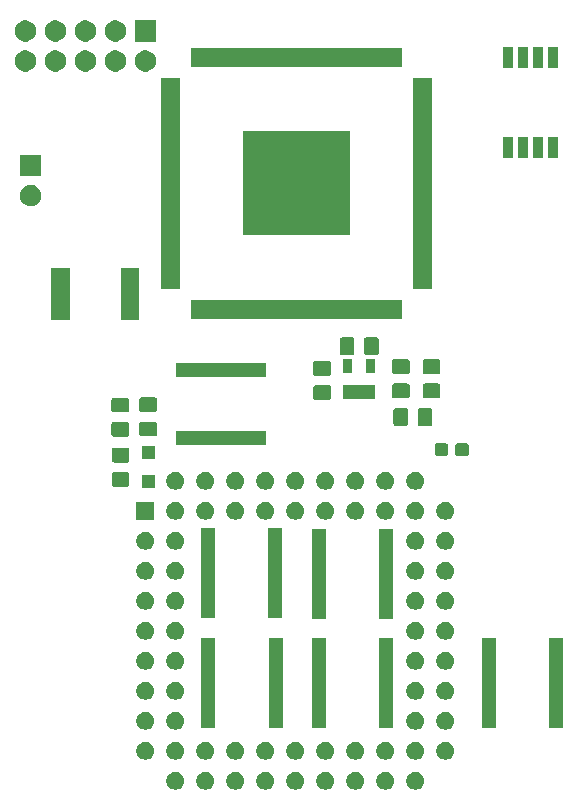
<source format=gbr>
G04 #@! TF.GenerationSoftware,KiCad,Pcbnew,(5.1.5)-3*
G04 #@! TF.CreationDate,2020-06-09T16:57:13+01:00*
G04 #@! TF.ProjectId,ElectronULA,456c6563-7472-46f6-9e55-4c412e6b6963,rev?*
G04 #@! TF.SameCoordinates,Original*
G04 #@! TF.FileFunction,Soldermask,Top*
G04 #@! TF.FilePolarity,Negative*
%FSLAX46Y46*%
G04 Gerber Fmt 4.6, Leading zero omitted, Abs format (unit mm)*
G04 Created by KiCad (PCBNEW (5.1.5)-3) date 2020-06-09 16:57:13*
%MOMM*%
%LPD*%
G04 APERTURE LIST*
%ADD10C,0.150000*%
G04 APERTURE END LIST*
D10*
G36*
X164420625Y-120463190D02*
G01*
X164559338Y-120520647D01*
X164684172Y-120604058D01*
X164790342Y-120710228D01*
X164873753Y-120835062D01*
X164931210Y-120973775D01*
X164960500Y-121121029D01*
X164960500Y-121271171D01*
X164931210Y-121418425D01*
X164873753Y-121557138D01*
X164790342Y-121681972D01*
X164684172Y-121788142D01*
X164559338Y-121871553D01*
X164420625Y-121929010D01*
X164273371Y-121958300D01*
X164123229Y-121958300D01*
X163975975Y-121929010D01*
X163837262Y-121871553D01*
X163712428Y-121788142D01*
X163606258Y-121681972D01*
X163522847Y-121557138D01*
X163465390Y-121418425D01*
X163436100Y-121271171D01*
X163436100Y-121121029D01*
X163465390Y-120973775D01*
X163522847Y-120835062D01*
X163606258Y-120710228D01*
X163712428Y-120604058D01*
X163837262Y-120520647D01*
X163975975Y-120463190D01*
X164123229Y-120433900D01*
X164273371Y-120433900D01*
X164420625Y-120463190D01*
G37*
G36*
X144100625Y-120463190D02*
G01*
X144239338Y-120520647D01*
X144364172Y-120604058D01*
X144470342Y-120710228D01*
X144553753Y-120835062D01*
X144611210Y-120973775D01*
X144640500Y-121121029D01*
X144640500Y-121271171D01*
X144611210Y-121418425D01*
X144553753Y-121557138D01*
X144470342Y-121681972D01*
X144364172Y-121788142D01*
X144239338Y-121871553D01*
X144100625Y-121929010D01*
X143953371Y-121958300D01*
X143803229Y-121958300D01*
X143655975Y-121929010D01*
X143517262Y-121871553D01*
X143392428Y-121788142D01*
X143286258Y-121681972D01*
X143202847Y-121557138D01*
X143145390Y-121418425D01*
X143116100Y-121271171D01*
X143116100Y-121121029D01*
X143145390Y-120973775D01*
X143202847Y-120835062D01*
X143286258Y-120710228D01*
X143392428Y-120604058D01*
X143517262Y-120520647D01*
X143655975Y-120463190D01*
X143803229Y-120433900D01*
X143953371Y-120433900D01*
X144100625Y-120463190D01*
G37*
G36*
X146640625Y-120463190D02*
G01*
X146779338Y-120520647D01*
X146904172Y-120604058D01*
X147010342Y-120710228D01*
X147093753Y-120835062D01*
X147151210Y-120973775D01*
X147180500Y-121121029D01*
X147180500Y-121271171D01*
X147151210Y-121418425D01*
X147093753Y-121557138D01*
X147010342Y-121681972D01*
X146904172Y-121788142D01*
X146779338Y-121871553D01*
X146640625Y-121929010D01*
X146493371Y-121958300D01*
X146343229Y-121958300D01*
X146195975Y-121929010D01*
X146057262Y-121871553D01*
X145932428Y-121788142D01*
X145826258Y-121681972D01*
X145742847Y-121557138D01*
X145685390Y-121418425D01*
X145656100Y-121271171D01*
X145656100Y-121121029D01*
X145685390Y-120973775D01*
X145742847Y-120835062D01*
X145826258Y-120710228D01*
X145932428Y-120604058D01*
X146057262Y-120520647D01*
X146195975Y-120463190D01*
X146343229Y-120433900D01*
X146493371Y-120433900D01*
X146640625Y-120463190D01*
G37*
G36*
X149180625Y-120463190D02*
G01*
X149319338Y-120520647D01*
X149444172Y-120604058D01*
X149550342Y-120710228D01*
X149633753Y-120835062D01*
X149691210Y-120973775D01*
X149720500Y-121121029D01*
X149720500Y-121271171D01*
X149691210Y-121418425D01*
X149633753Y-121557138D01*
X149550342Y-121681972D01*
X149444172Y-121788142D01*
X149319338Y-121871553D01*
X149180625Y-121929010D01*
X149033371Y-121958300D01*
X148883229Y-121958300D01*
X148735975Y-121929010D01*
X148597262Y-121871553D01*
X148472428Y-121788142D01*
X148366258Y-121681972D01*
X148282847Y-121557138D01*
X148225390Y-121418425D01*
X148196100Y-121271171D01*
X148196100Y-121121029D01*
X148225390Y-120973775D01*
X148282847Y-120835062D01*
X148366258Y-120710228D01*
X148472428Y-120604058D01*
X148597262Y-120520647D01*
X148735975Y-120463190D01*
X148883229Y-120433900D01*
X149033371Y-120433900D01*
X149180625Y-120463190D01*
G37*
G36*
X151720625Y-120463190D02*
G01*
X151859338Y-120520647D01*
X151984172Y-120604058D01*
X152090342Y-120710228D01*
X152173753Y-120835062D01*
X152231210Y-120973775D01*
X152260500Y-121121029D01*
X152260500Y-121271171D01*
X152231210Y-121418425D01*
X152173753Y-121557138D01*
X152090342Y-121681972D01*
X151984172Y-121788142D01*
X151859338Y-121871553D01*
X151720625Y-121929010D01*
X151573371Y-121958300D01*
X151423229Y-121958300D01*
X151275975Y-121929010D01*
X151137262Y-121871553D01*
X151012428Y-121788142D01*
X150906258Y-121681972D01*
X150822847Y-121557138D01*
X150765390Y-121418425D01*
X150736100Y-121271171D01*
X150736100Y-121121029D01*
X150765390Y-120973775D01*
X150822847Y-120835062D01*
X150906258Y-120710228D01*
X151012428Y-120604058D01*
X151137262Y-120520647D01*
X151275975Y-120463190D01*
X151423229Y-120433900D01*
X151573371Y-120433900D01*
X151720625Y-120463190D01*
G37*
G36*
X154260625Y-120463190D02*
G01*
X154399338Y-120520647D01*
X154524172Y-120604058D01*
X154630342Y-120710228D01*
X154713753Y-120835062D01*
X154771210Y-120973775D01*
X154800500Y-121121029D01*
X154800500Y-121271171D01*
X154771210Y-121418425D01*
X154713753Y-121557138D01*
X154630342Y-121681972D01*
X154524172Y-121788142D01*
X154399338Y-121871553D01*
X154260625Y-121929010D01*
X154113371Y-121958300D01*
X153963229Y-121958300D01*
X153815975Y-121929010D01*
X153677262Y-121871553D01*
X153552428Y-121788142D01*
X153446258Y-121681972D01*
X153362847Y-121557138D01*
X153305390Y-121418425D01*
X153276100Y-121271171D01*
X153276100Y-121121029D01*
X153305390Y-120973775D01*
X153362847Y-120835062D01*
X153446258Y-120710228D01*
X153552428Y-120604058D01*
X153677262Y-120520647D01*
X153815975Y-120463190D01*
X153963229Y-120433900D01*
X154113371Y-120433900D01*
X154260625Y-120463190D01*
G37*
G36*
X156800625Y-120463190D02*
G01*
X156939338Y-120520647D01*
X157064172Y-120604058D01*
X157170342Y-120710228D01*
X157253753Y-120835062D01*
X157311210Y-120973775D01*
X157340500Y-121121029D01*
X157340500Y-121271171D01*
X157311210Y-121418425D01*
X157253753Y-121557138D01*
X157170342Y-121681972D01*
X157064172Y-121788142D01*
X156939338Y-121871553D01*
X156800625Y-121929010D01*
X156653371Y-121958300D01*
X156503229Y-121958300D01*
X156355975Y-121929010D01*
X156217262Y-121871553D01*
X156092428Y-121788142D01*
X155986258Y-121681972D01*
X155902847Y-121557138D01*
X155845390Y-121418425D01*
X155816100Y-121271171D01*
X155816100Y-121121029D01*
X155845390Y-120973775D01*
X155902847Y-120835062D01*
X155986258Y-120710228D01*
X156092428Y-120604058D01*
X156217262Y-120520647D01*
X156355975Y-120463190D01*
X156503229Y-120433900D01*
X156653371Y-120433900D01*
X156800625Y-120463190D01*
G37*
G36*
X159340625Y-120463190D02*
G01*
X159479338Y-120520647D01*
X159604172Y-120604058D01*
X159710342Y-120710228D01*
X159793753Y-120835062D01*
X159851210Y-120973775D01*
X159880500Y-121121029D01*
X159880500Y-121271171D01*
X159851210Y-121418425D01*
X159793753Y-121557138D01*
X159710342Y-121681972D01*
X159604172Y-121788142D01*
X159479338Y-121871553D01*
X159340625Y-121929010D01*
X159193371Y-121958300D01*
X159043229Y-121958300D01*
X158895975Y-121929010D01*
X158757262Y-121871553D01*
X158632428Y-121788142D01*
X158526258Y-121681972D01*
X158442847Y-121557138D01*
X158385390Y-121418425D01*
X158356100Y-121271171D01*
X158356100Y-121121029D01*
X158385390Y-120973775D01*
X158442847Y-120835062D01*
X158526258Y-120710228D01*
X158632428Y-120604058D01*
X158757262Y-120520647D01*
X158895975Y-120463190D01*
X159043229Y-120433900D01*
X159193371Y-120433900D01*
X159340625Y-120463190D01*
G37*
G36*
X161880625Y-120463190D02*
G01*
X162019338Y-120520647D01*
X162144172Y-120604058D01*
X162250342Y-120710228D01*
X162333753Y-120835062D01*
X162391210Y-120973775D01*
X162420500Y-121121029D01*
X162420500Y-121271171D01*
X162391210Y-121418425D01*
X162333753Y-121557138D01*
X162250342Y-121681972D01*
X162144172Y-121788142D01*
X162019338Y-121871553D01*
X161880625Y-121929010D01*
X161733371Y-121958300D01*
X161583229Y-121958300D01*
X161435975Y-121929010D01*
X161297262Y-121871553D01*
X161172428Y-121788142D01*
X161066258Y-121681972D01*
X160982847Y-121557138D01*
X160925390Y-121418425D01*
X160896100Y-121271171D01*
X160896100Y-121121029D01*
X160925390Y-120973775D01*
X160982847Y-120835062D01*
X161066258Y-120710228D01*
X161172428Y-120604058D01*
X161297262Y-120520647D01*
X161435975Y-120463190D01*
X161583229Y-120433900D01*
X161733371Y-120433900D01*
X161880625Y-120463190D01*
G37*
G36*
X149180625Y-117923190D02*
G01*
X149319338Y-117980647D01*
X149444172Y-118064058D01*
X149550342Y-118170228D01*
X149633753Y-118295062D01*
X149691210Y-118433775D01*
X149720500Y-118581029D01*
X149720500Y-118731171D01*
X149691210Y-118878425D01*
X149633753Y-119017138D01*
X149550342Y-119141972D01*
X149444172Y-119248142D01*
X149319338Y-119331553D01*
X149180625Y-119389010D01*
X149033371Y-119418300D01*
X148883229Y-119418300D01*
X148735975Y-119389010D01*
X148597262Y-119331553D01*
X148472428Y-119248142D01*
X148366258Y-119141972D01*
X148282847Y-119017138D01*
X148225390Y-118878425D01*
X148196100Y-118731171D01*
X148196100Y-118581029D01*
X148225390Y-118433775D01*
X148282847Y-118295062D01*
X148366258Y-118170228D01*
X148472428Y-118064058D01*
X148597262Y-117980647D01*
X148735975Y-117923190D01*
X148883229Y-117893900D01*
X149033371Y-117893900D01*
X149180625Y-117923190D01*
G37*
G36*
X141560625Y-117923190D02*
G01*
X141699338Y-117980647D01*
X141824172Y-118064058D01*
X141930342Y-118170228D01*
X142013753Y-118295062D01*
X142071210Y-118433775D01*
X142100500Y-118581029D01*
X142100500Y-118731171D01*
X142071210Y-118878425D01*
X142013753Y-119017138D01*
X141930342Y-119141972D01*
X141824172Y-119248142D01*
X141699338Y-119331553D01*
X141560625Y-119389010D01*
X141413371Y-119418300D01*
X141263229Y-119418300D01*
X141115975Y-119389010D01*
X140977262Y-119331553D01*
X140852428Y-119248142D01*
X140746258Y-119141972D01*
X140662847Y-119017138D01*
X140605390Y-118878425D01*
X140576100Y-118731171D01*
X140576100Y-118581029D01*
X140605390Y-118433775D01*
X140662847Y-118295062D01*
X140746258Y-118170228D01*
X140852428Y-118064058D01*
X140977262Y-117980647D01*
X141115975Y-117923190D01*
X141263229Y-117893900D01*
X141413371Y-117893900D01*
X141560625Y-117923190D01*
G37*
G36*
X144100625Y-117923190D02*
G01*
X144239338Y-117980647D01*
X144364172Y-118064058D01*
X144470342Y-118170228D01*
X144553753Y-118295062D01*
X144611210Y-118433775D01*
X144640500Y-118581029D01*
X144640500Y-118731171D01*
X144611210Y-118878425D01*
X144553753Y-119017138D01*
X144470342Y-119141972D01*
X144364172Y-119248142D01*
X144239338Y-119331553D01*
X144100625Y-119389010D01*
X143953371Y-119418300D01*
X143803229Y-119418300D01*
X143655975Y-119389010D01*
X143517262Y-119331553D01*
X143392428Y-119248142D01*
X143286258Y-119141972D01*
X143202847Y-119017138D01*
X143145390Y-118878425D01*
X143116100Y-118731171D01*
X143116100Y-118581029D01*
X143145390Y-118433775D01*
X143202847Y-118295062D01*
X143286258Y-118170228D01*
X143392428Y-118064058D01*
X143517262Y-117980647D01*
X143655975Y-117923190D01*
X143803229Y-117893900D01*
X143953371Y-117893900D01*
X144100625Y-117923190D01*
G37*
G36*
X146640625Y-117923190D02*
G01*
X146779338Y-117980647D01*
X146904172Y-118064058D01*
X147010342Y-118170228D01*
X147093753Y-118295062D01*
X147151210Y-118433775D01*
X147180500Y-118581029D01*
X147180500Y-118731171D01*
X147151210Y-118878425D01*
X147093753Y-119017138D01*
X147010342Y-119141972D01*
X146904172Y-119248142D01*
X146779338Y-119331553D01*
X146640625Y-119389010D01*
X146493371Y-119418300D01*
X146343229Y-119418300D01*
X146195975Y-119389010D01*
X146057262Y-119331553D01*
X145932428Y-119248142D01*
X145826258Y-119141972D01*
X145742847Y-119017138D01*
X145685390Y-118878425D01*
X145656100Y-118731171D01*
X145656100Y-118581029D01*
X145685390Y-118433775D01*
X145742847Y-118295062D01*
X145826258Y-118170228D01*
X145932428Y-118064058D01*
X146057262Y-117980647D01*
X146195975Y-117923190D01*
X146343229Y-117893900D01*
X146493371Y-117893900D01*
X146640625Y-117923190D01*
G37*
G36*
X151720625Y-117923190D02*
G01*
X151859338Y-117980647D01*
X151984172Y-118064058D01*
X152090342Y-118170228D01*
X152173753Y-118295062D01*
X152231210Y-118433775D01*
X152260500Y-118581029D01*
X152260500Y-118731171D01*
X152231210Y-118878425D01*
X152173753Y-119017138D01*
X152090342Y-119141972D01*
X151984172Y-119248142D01*
X151859338Y-119331553D01*
X151720625Y-119389010D01*
X151573371Y-119418300D01*
X151423229Y-119418300D01*
X151275975Y-119389010D01*
X151137262Y-119331553D01*
X151012428Y-119248142D01*
X150906258Y-119141972D01*
X150822847Y-119017138D01*
X150765390Y-118878425D01*
X150736100Y-118731171D01*
X150736100Y-118581029D01*
X150765390Y-118433775D01*
X150822847Y-118295062D01*
X150906258Y-118170228D01*
X151012428Y-118064058D01*
X151137262Y-117980647D01*
X151275975Y-117923190D01*
X151423229Y-117893900D01*
X151573371Y-117893900D01*
X151720625Y-117923190D01*
G37*
G36*
X156800625Y-117923190D02*
G01*
X156939338Y-117980647D01*
X157064172Y-118064058D01*
X157170342Y-118170228D01*
X157253753Y-118295062D01*
X157311210Y-118433775D01*
X157340500Y-118581029D01*
X157340500Y-118731171D01*
X157311210Y-118878425D01*
X157253753Y-119017138D01*
X157170342Y-119141972D01*
X157064172Y-119248142D01*
X156939338Y-119331553D01*
X156800625Y-119389010D01*
X156653371Y-119418300D01*
X156503229Y-119418300D01*
X156355975Y-119389010D01*
X156217262Y-119331553D01*
X156092428Y-119248142D01*
X155986258Y-119141972D01*
X155902847Y-119017138D01*
X155845390Y-118878425D01*
X155816100Y-118731171D01*
X155816100Y-118581029D01*
X155845390Y-118433775D01*
X155902847Y-118295062D01*
X155986258Y-118170228D01*
X156092428Y-118064058D01*
X156217262Y-117980647D01*
X156355975Y-117923190D01*
X156503229Y-117893900D01*
X156653371Y-117893900D01*
X156800625Y-117923190D01*
G37*
G36*
X166960625Y-117923190D02*
G01*
X167099338Y-117980647D01*
X167224172Y-118064058D01*
X167330342Y-118170228D01*
X167413753Y-118295062D01*
X167471210Y-118433775D01*
X167500500Y-118581029D01*
X167500500Y-118731171D01*
X167471210Y-118878425D01*
X167413753Y-119017138D01*
X167330342Y-119141972D01*
X167224172Y-119248142D01*
X167099338Y-119331553D01*
X166960625Y-119389010D01*
X166813371Y-119418300D01*
X166663229Y-119418300D01*
X166515975Y-119389010D01*
X166377262Y-119331553D01*
X166252428Y-119248142D01*
X166146258Y-119141972D01*
X166062847Y-119017138D01*
X166005390Y-118878425D01*
X165976100Y-118731171D01*
X165976100Y-118581029D01*
X166005390Y-118433775D01*
X166062847Y-118295062D01*
X166146258Y-118170228D01*
X166252428Y-118064058D01*
X166377262Y-117980647D01*
X166515975Y-117923190D01*
X166663229Y-117893900D01*
X166813371Y-117893900D01*
X166960625Y-117923190D01*
G37*
G36*
X161880625Y-117923190D02*
G01*
X162019338Y-117980647D01*
X162144172Y-118064058D01*
X162250342Y-118170228D01*
X162333753Y-118295062D01*
X162391210Y-118433775D01*
X162420500Y-118581029D01*
X162420500Y-118731171D01*
X162391210Y-118878425D01*
X162333753Y-119017138D01*
X162250342Y-119141972D01*
X162144172Y-119248142D01*
X162019338Y-119331553D01*
X161880625Y-119389010D01*
X161733371Y-119418300D01*
X161583229Y-119418300D01*
X161435975Y-119389010D01*
X161297262Y-119331553D01*
X161172428Y-119248142D01*
X161066258Y-119141972D01*
X160982847Y-119017138D01*
X160925390Y-118878425D01*
X160896100Y-118731171D01*
X160896100Y-118581029D01*
X160925390Y-118433775D01*
X160982847Y-118295062D01*
X161066258Y-118170228D01*
X161172428Y-118064058D01*
X161297262Y-117980647D01*
X161435975Y-117923190D01*
X161583229Y-117893900D01*
X161733371Y-117893900D01*
X161880625Y-117923190D01*
G37*
G36*
X159340625Y-117923190D02*
G01*
X159479338Y-117980647D01*
X159604172Y-118064058D01*
X159710342Y-118170228D01*
X159793753Y-118295062D01*
X159851210Y-118433775D01*
X159880500Y-118581029D01*
X159880500Y-118731171D01*
X159851210Y-118878425D01*
X159793753Y-119017138D01*
X159710342Y-119141972D01*
X159604172Y-119248142D01*
X159479338Y-119331553D01*
X159340625Y-119389010D01*
X159193371Y-119418300D01*
X159043229Y-119418300D01*
X158895975Y-119389010D01*
X158757262Y-119331553D01*
X158632428Y-119248142D01*
X158526258Y-119141972D01*
X158442847Y-119017138D01*
X158385390Y-118878425D01*
X158356100Y-118731171D01*
X158356100Y-118581029D01*
X158385390Y-118433775D01*
X158442847Y-118295062D01*
X158526258Y-118170228D01*
X158632428Y-118064058D01*
X158757262Y-117980647D01*
X158895975Y-117923190D01*
X159043229Y-117893900D01*
X159193371Y-117893900D01*
X159340625Y-117923190D01*
G37*
G36*
X164420625Y-117923190D02*
G01*
X164559338Y-117980647D01*
X164684172Y-118064058D01*
X164790342Y-118170228D01*
X164873753Y-118295062D01*
X164931210Y-118433775D01*
X164960500Y-118581029D01*
X164960500Y-118731171D01*
X164931210Y-118878425D01*
X164873753Y-119017138D01*
X164790342Y-119141972D01*
X164684172Y-119248142D01*
X164559338Y-119331553D01*
X164420625Y-119389010D01*
X164273371Y-119418300D01*
X164123229Y-119418300D01*
X163975975Y-119389010D01*
X163837262Y-119331553D01*
X163712428Y-119248142D01*
X163606258Y-119141972D01*
X163522847Y-119017138D01*
X163465390Y-118878425D01*
X163436100Y-118731171D01*
X163436100Y-118581029D01*
X163465390Y-118433775D01*
X163522847Y-118295062D01*
X163606258Y-118170228D01*
X163712428Y-118064058D01*
X163837262Y-117980647D01*
X163975975Y-117923190D01*
X164123229Y-117893900D01*
X164273371Y-117893900D01*
X164420625Y-117923190D01*
G37*
G36*
X154260625Y-117923190D02*
G01*
X154399338Y-117980647D01*
X154524172Y-118064058D01*
X154630342Y-118170228D01*
X154713753Y-118295062D01*
X154771210Y-118433775D01*
X154800500Y-118581029D01*
X154800500Y-118731171D01*
X154771210Y-118878425D01*
X154713753Y-119017138D01*
X154630342Y-119141972D01*
X154524172Y-119248142D01*
X154399338Y-119331553D01*
X154260625Y-119389010D01*
X154113371Y-119418300D01*
X153963229Y-119418300D01*
X153815975Y-119389010D01*
X153677262Y-119331553D01*
X153552428Y-119248142D01*
X153446258Y-119141972D01*
X153362847Y-119017138D01*
X153305390Y-118878425D01*
X153276100Y-118731171D01*
X153276100Y-118581029D01*
X153305390Y-118433775D01*
X153362847Y-118295062D01*
X153446258Y-118170228D01*
X153552428Y-118064058D01*
X153677262Y-117980647D01*
X153815975Y-117923190D01*
X153963229Y-117893900D01*
X154113371Y-117893900D01*
X154260625Y-117923190D01*
G37*
G36*
X164420625Y-115383190D02*
G01*
X164559338Y-115440647D01*
X164684172Y-115524058D01*
X164790342Y-115630228D01*
X164873753Y-115755062D01*
X164931210Y-115893775D01*
X164960500Y-116041029D01*
X164960500Y-116191171D01*
X164931210Y-116338425D01*
X164873753Y-116477138D01*
X164790342Y-116601972D01*
X164684172Y-116708142D01*
X164559338Y-116791553D01*
X164420625Y-116849010D01*
X164273371Y-116878300D01*
X164123229Y-116878300D01*
X163975975Y-116849010D01*
X163837262Y-116791553D01*
X163712428Y-116708142D01*
X163606258Y-116601972D01*
X163522847Y-116477138D01*
X163465390Y-116338425D01*
X163436100Y-116191171D01*
X163436100Y-116041029D01*
X163465390Y-115893775D01*
X163522847Y-115755062D01*
X163606258Y-115630228D01*
X163712428Y-115524058D01*
X163837262Y-115440647D01*
X163975975Y-115383190D01*
X164123229Y-115353900D01*
X164273371Y-115353900D01*
X164420625Y-115383190D01*
G37*
G36*
X141560625Y-115383190D02*
G01*
X141699338Y-115440647D01*
X141824172Y-115524058D01*
X141930342Y-115630228D01*
X142013753Y-115755062D01*
X142071210Y-115893775D01*
X142100500Y-116041029D01*
X142100500Y-116191171D01*
X142071210Y-116338425D01*
X142013753Y-116477138D01*
X141930342Y-116601972D01*
X141824172Y-116708142D01*
X141699338Y-116791553D01*
X141560625Y-116849010D01*
X141413371Y-116878300D01*
X141263229Y-116878300D01*
X141115975Y-116849010D01*
X140977262Y-116791553D01*
X140852428Y-116708142D01*
X140746258Y-116601972D01*
X140662847Y-116477138D01*
X140605390Y-116338425D01*
X140576100Y-116191171D01*
X140576100Y-116041029D01*
X140605390Y-115893775D01*
X140662847Y-115755062D01*
X140746258Y-115630228D01*
X140852428Y-115524058D01*
X140977262Y-115440647D01*
X141115975Y-115383190D01*
X141263229Y-115353900D01*
X141413371Y-115353900D01*
X141560625Y-115383190D01*
G37*
G36*
X144100625Y-115383190D02*
G01*
X144239338Y-115440647D01*
X144364172Y-115524058D01*
X144470342Y-115630228D01*
X144553753Y-115755062D01*
X144611210Y-115893775D01*
X144640500Y-116041029D01*
X144640500Y-116191171D01*
X144611210Y-116338425D01*
X144553753Y-116477138D01*
X144470342Y-116601972D01*
X144364172Y-116708142D01*
X144239338Y-116791553D01*
X144100625Y-116849010D01*
X143953371Y-116878300D01*
X143803229Y-116878300D01*
X143655975Y-116849010D01*
X143517262Y-116791553D01*
X143392428Y-116708142D01*
X143286258Y-116601972D01*
X143202847Y-116477138D01*
X143145390Y-116338425D01*
X143116100Y-116191171D01*
X143116100Y-116041029D01*
X143145390Y-115893775D01*
X143202847Y-115755062D01*
X143286258Y-115630228D01*
X143392428Y-115524058D01*
X143517262Y-115440647D01*
X143655975Y-115383190D01*
X143803229Y-115353900D01*
X143953371Y-115353900D01*
X144100625Y-115383190D01*
G37*
G36*
X166960625Y-115383190D02*
G01*
X167099338Y-115440647D01*
X167224172Y-115524058D01*
X167330342Y-115630228D01*
X167413753Y-115755062D01*
X167471210Y-115893775D01*
X167500500Y-116041029D01*
X167500500Y-116191171D01*
X167471210Y-116338425D01*
X167413753Y-116477138D01*
X167330342Y-116601972D01*
X167224172Y-116708142D01*
X167099338Y-116791553D01*
X166960625Y-116849010D01*
X166813371Y-116878300D01*
X166663229Y-116878300D01*
X166515975Y-116849010D01*
X166377262Y-116791553D01*
X166252428Y-116708142D01*
X166146258Y-116601972D01*
X166062847Y-116477138D01*
X166005390Y-116338425D01*
X165976100Y-116191171D01*
X165976100Y-116041029D01*
X166005390Y-115893775D01*
X166062847Y-115755062D01*
X166146258Y-115630228D01*
X166252428Y-115524058D01*
X166377262Y-115440647D01*
X166515975Y-115383190D01*
X166663229Y-115353900D01*
X166813371Y-115353900D01*
X166960625Y-115383190D01*
G37*
G36*
X152968100Y-116754400D02*
G01*
X151766100Y-116754400D01*
X151766100Y-109102400D01*
X152968100Y-109102400D01*
X152968100Y-116754400D01*
G37*
G36*
X147268100Y-116754400D02*
G01*
X146066100Y-116754400D01*
X146066100Y-109102400D01*
X147268100Y-109102400D01*
X147268100Y-116754400D01*
G37*
G36*
X176693720Y-116729220D02*
G01*
X175491720Y-116729220D01*
X175491720Y-109077220D01*
X176693720Y-109077220D01*
X176693720Y-116729220D01*
G37*
G36*
X170993720Y-116729220D02*
G01*
X169791720Y-116729220D01*
X169791720Y-109077220D01*
X170993720Y-109077220D01*
X170993720Y-116729220D01*
G37*
G36*
X156628000Y-116729000D02*
G01*
X155426000Y-116729000D01*
X155426000Y-109077000D01*
X156628000Y-109077000D01*
X156628000Y-116729000D01*
G37*
G36*
X162328000Y-116729000D02*
G01*
X161126000Y-116729000D01*
X161126000Y-109077000D01*
X162328000Y-109077000D01*
X162328000Y-116729000D01*
G37*
G36*
X141560625Y-112843190D02*
G01*
X141699338Y-112900647D01*
X141824172Y-112984058D01*
X141930342Y-113090228D01*
X142013753Y-113215062D01*
X142071210Y-113353775D01*
X142100500Y-113501029D01*
X142100500Y-113651171D01*
X142071210Y-113798425D01*
X142013753Y-113937138D01*
X141930342Y-114061972D01*
X141824172Y-114168142D01*
X141699338Y-114251553D01*
X141560625Y-114309010D01*
X141413371Y-114338300D01*
X141263229Y-114338300D01*
X141115975Y-114309010D01*
X140977262Y-114251553D01*
X140852428Y-114168142D01*
X140746258Y-114061972D01*
X140662847Y-113937138D01*
X140605390Y-113798425D01*
X140576100Y-113651171D01*
X140576100Y-113501029D01*
X140605390Y-113353775D01*
X140662847Y-113215062D01*
X140746258Y-113090228D01*
X140852428Y-112984058D01*
X140977262Y-112900647D01*
X141115975Y-112843190D01*
X141263229Y-112813900D01*
X141413371Y-112813900D01*
X141560625Y-112843190D01*
G37*
G36*
X144100625Y-112843190D02*
G01*
X144239338Y-112900647D01*
X144364172Y-112984058D01*
X144470342Y-113090228D01*
X144553753Y-113215062D01*
X144611210Y-113353775D01*
X144640500Y-113501029D01*
X144640500Y-113651171D01*
X144611210Y-113798425D01*
X144553753Y-113937138D01*
X144470342Y-114061972D01*
X144364172Y-114168142D01*
X144239338Y-114251553D01*
X144100625Y-114309010D01*
X143953371Y-114338300D01*
X143803229Y-114338300D01*
X143655975Y-114309010D01*
X143517262Y-114251553D01*
X143392428Y-114168142D01*
X143286258Y-114061972D01*
X143202847Y-113937138D01*
X143145390Y-113798425D01*
X143116100Y-113651171D01*
X143116100Y-113501029D01*
X143145390Y-113353775D01*
X143202847Y-113215062D01*
X143286258Y-113090228D01*
X143392428Y-112984058D01*
X143517262Y-112900647D01*
X143655975Y-112843190D01*
X143803229Y-112813900D01*
X143953371Y-112813900D01*
X144100625Y-112843190D01*
G37*
G36*
X164420625Y-112843190D02*
G01*
X164559338Y-112900647D01*
X164684172Y-112984058D01*
X164790342Y-113090228D01*
X164873753Y-113215062D01*
X164931210Y-113353775D01*
X164960500Y-113501029D01*
X164960500Y-113651171D01*
X164931210Y-113798425D01*
X164873753Y-113937138D01*
X164790342Y-114061972D01*
X164684172Y-114168142D01*
X164559338Y-114251553D01*
X164420625Y-114309010D01*
X164273371Y-114338300D01*
X164123229Y-114338300D01*
X163975975Y-114309010D01*
X163837262Y-114251553D01*
X163712428Y-114168142D01*
X163606258Y-114061972D01*
X163522847Y-113937138D01*
X163465390Y-113798425D01*
X163436100Y-113651171D01*
X163436100Y-113501029D01*
X163465390Y-113353775D01*
X163522847Y-113215062D01*
X163606258Y-113090228D01*
X163712428Y-112984058D01*
X163837262Y-112900647D01*
X163975975Y-112843190D01*
X164123229Y-112813900D01*
X164273371Y-112813900D01*
X164420625Y-112843190D01*
G37*
G36*
X166960625Y-112843190D02*
G01*
X167099338Y-112900647D01*
X167224172Y-112984058D01*
X167330342Y-113090228D01*
X167413753Y-113215062D01*
X167471210Y-113353775D01*
X167500500Y-113501029D01*
X167500500Y-113651171D01*
X167471210Y-113798425D01*
X167413753Y-113937138D01*
X167330342Y-114061972D01*
X167224172Y-114168142D01*
X167099338Y-114251553D01*
X166960625Y-114309010D01*
X166813371Y-114338300D01*
X166663229Y-114338300D01*
X166515975Y-114309010D01*
X166377262Y-114251553D01*
X166252428Y-114168142D01*
X166146258Y-114061972D01*
X166062847Y-113937138D01*
X166005390Y-113798425D01*
X165976100Y-113651171D01*
X165976100Y-113501029D01*
X166005390Y-113353775D01*
X166062847Y-113215062D01*
X166146258Y-113090228D01*
X166252428Y-112984058D01*
X166377262Y-112900647D01*
X166515975Y-112843190D01*
X166663229Y-112813900D01*
X166813371Y-112813900D01*
X166960625Y-112843190D01*
G37*
G36*
X166960625Y-110303190D02*
G01*
X167099338Y-110360647D01*
X167224172Y-110444058D01*
X167330342Y-110550228D01*
X167413753Y-110675062D01*
X167471210Y-110813775D01*
X167500500Y-110961029D01*
X167500500Y-111111171D01*
X167471210Y-111258425D01*
X167413753Y-111397138D01*
X167330342Y-111521972D01*
X167224172Y-111628142D01*
X167099338Y-111711553D01*
X166960625Y-111769010D01*
X166813371Y-111798300D01*
X166663229Y-111798300D01*
X166515975Y-111769010D01*
X166377262Y-111711553D01*
X166252428Y-111628142D01*
X166146258Y-111521972D01*
X166062847Y-111397138D01*
X166005390Y-111258425D01*
X165976100Y-111111171D01*
X165976100Y-110961029D01*
X166005390Y-110813775D01*
X166062847Y-110675062D01*
X166146258Y-110550228D01*
X166252428Y-110444058D01*
X166377262Y-110360647D01*
X166515975Y-110303190D01*
X166663229Y-110273900D01*
X166813371Y-110273900D01*
X166960625Y-110303190D01*
G37*
G36*
X164420625Y-110303190D02*
G01*
X164559338Y-110360647D01*
X164684172Y-110444058D01*
X164790342Y-110550228D01*
X164873753Y-110675062D01*
X164931210Y-110813775D01*
X164960500Y-110961029D01*
X164960500Y-111111171D01*
X164931210Y-111258425D01*
X164873753Y-111397138D01*
X164790342Y-111521972D01*
X164684172Y-111628142D01*
X164559338Y-111711553D01*
X164420625Y-111769010D01*
X164273371Y-111798300D01*
X164123229Y-111798300D01*
X163975975Y-111769010D01*
X163837262Y-111711553D01*
X163712428Y-111628142D01*
X163606258Y-111521972D01*
X163522847Y-111397138D01*
X163465390Y-111258425D01*
X163436100Y-111111171D01*
X163436100Y-110961029D01*
X163465390Y-110813775D01*
X163522847Y-110675062D01*
X163606258Y-110550228D01*
X163712428Y-110444058D01*
X163837262Y-110360647D01*
X163975975Y-110303190D01*
X164123229Y-110273900D01*
X164273371Y-110273900D01*
X164420625Y-110303190D01*
G37*
G36*
X144100625Y-110303190D02*
G01*
X144239338Y-110360647D01*
X144364172Y-110444058D01*
X144470342Y-110550228D01*
X144553753Y-110675062D01*
X144611210Y-110813775D01*
X144640500Y-110961029D01*
X144640500Y-111111171D01*
X144611210Y-111258425D01*
X144553753Y-111397138D01*
X144470342Y-111521972D01*
X144364172Y-111628142D01*
X144239338Y-111711553D01*
X144100625Y-111769010D01*
X143953371Y-111798300D01*
X143803229Y-111798300D01*
X143655975Y-111769010D01*
X143517262Y-111711553D01*
X143392428Y-111628142D01*
X143286258Y-111521972D01*
X143202847Y-111397138D01*
X143145390Y-111258425D01*
X143116100Y-111111171D01*
X143116100Y-110961029D01*
X143145390Y-110813775D01*
X143202847Y-110675062D01*
X143286258Y-110550228D01*
X143392428Y-110444058D01*
X143517262Y-110360647D01*
X143655975Y-110303190D01*
X143803229Y-110273900D01*
X143953371Y-110273900D01*
X144100625Y-110303190D01*
G37*
G36*
X141560625Y-110303190D02*
G01*
X141699338Y-110360647D01*
X141824172Y-110444058D01*
X141930342Y-110550228D01*
X142013753Y-110675062D01*
X142071210Y-110813775D01*
X142100500Y-110961029D01*
X142100500Y-111111171D01*
X142071210Y-111258425D01*
X142013753Y-111397138D01*
X141930342Y-111521972D01*
X141824172Y-111628142D01*
X141699338Y-111711553D01*
X141560625Y-111769010D01*
X141413371Y-111798300D01*
X141263229Y-111798300D01*
X141115975Y-111769010D01*
X140977262Y-111711553D01*
X140852428Y-111628142D01*
X140746258Y-111521972D01*
X140662847Y-111397138D01*
X140605390Y-111258425D01*
X140576100Y-111111171D01*
X140576100Y-110961029D01*
X140605390Y-110813775D01*
X140662847Y-110675062D01*
X140746258Y-110550228D01*
X140852428Y-110444058D01*
X140977262Y-110360647D01*
X141115975Y-110303190D01*
X141263229Y-110273900D01*
X141413371Y-110273900D01*
X141560625Y-110303190D01*
G37*
G36*
X164420625Y-107763190D02*
G01*
X164559338Y-107820647D01*
X164684172Y-107904058D01*
X164790342Y-108010228D01*
X164873753Y-108135062D01*
X164931210Y-108273775D01*
X164960500Y-108421029D01*
X164960500Y-108571171D01*
X164931210Y-108718425D01*
X164873753Y-108857138D01*
X164790342Y-108981972D01*
X164684172Y-109088142D01*
X164559338Y-109171553D01*
X164420625Y-109229010D01*
X164273371Y-109258300D01*
X164123229Y-109258300D01*
X163975975Y-109229010D01*
X163837262Y-109171553D01*
X163712428Y-109088142D01*
X163606258Y-108981972D01*
X163522847Y-108857138D01*
X163465390Y-108718425D01*
X163436100Y-108571171D01*
X163436100Y-108421029D01*
X163465390Y-108273775D01*
X163522847Y-108135062D01*
X163606258Y-108010228D01*
X163712428Y-107904058D01*
X163837262Y-107820647D01*
X163975975Y-107763190D01*
X164123229Y-107733900D01*
X164273371Y-107733900D01*
X164420625Y-107763190D01*
G37*
G36*
X166960625Y-107763190D02*
G01*
X167099338Y-107820647D01*
X167224172Y-107904058D01*
X167330342Y-108010228D01*
X167413753Y-108135062D01*
X167471210Y-108273775D01*
X167500500Y-108421029D01*
X167500500Y-108571171D01*
X167471210Y-108718425D01*
X167413753Y-108857138D01*
X167330342Y-108981972D01*
X167224172Y-109088142D01*
X167099338Y-109171553D01*
X166960625Y-109229010D01*
X166813371Y-109258300D01*
X166663229Y-109258300D01*
X166515975Y-109229010D01*
X166377262Y-109171553D01*
X166252428Y-109088142D01*
X166146258Y-108981972D01*
X166062847Y-108857138D01*
X166005390Y-108718425D01*
X165976100Y-108571171D01*
X165976100Y-108421029D01*
X166005390Y-108273775D01*
X166062847Y-108135062D01*
X166146258Y-108010228D01*
X166252428Y-107904058D01*
X166377262Y-107820647D01*
X166515975Y-107763190D01*
X166663229Y-107733900D01*
X166813371Y-107733900D01*
X166960625Y-107763190D01*
G37*
G36*
X141560625Y-107763190D02*
G01*
X141699338Y-107820647D01*
X141824172Y-107904058D01*
X141930342Y-108010228D01*
X142013753Y-108135062D01*
X142071210Y-108273775D01*
X142100500Y-108421029D01*
X142100500Y-108571171D01*
X142071210Y-108718425D01*
X142013753Y-108857138D01*
X141930342Y-108981972D01*
X141824172Y-109088142D01*
X141699338Y-109171553D01*
X141560625Y-109229010D01*
X141413371Y-109258300D01*
X141263229Y-109258300D01*
X141115975Y-109229010D01*
X140977262Y-109171553D01*
X140852428Y-109088142D01*
X140746258Y-108981972D01*
X140662847Y-108857138D01*
X140605390Y-108718425D01*
X140576100Y-108571171D01*
X140576100Y-108421029D01*
X140605390Y-108273775D01*
X140662847Y-108135062D01*
X140746258Y-108010228D01*
X140852428Y-107904058D01*
X140977262Y-107820647D01*
X141115975Y-107763190D01*
X141263229Y-107733900D01*
X141413371Y-107733900D01*
X141560625Y-107763190D01*
G37*
G36*
X144100625Y-107763190D02*
G01*
X144239338Y-107820647D01*
X144364172Y-107904058D01*
X144470342Y-108010228D01*
X144553753Y-108135062D01*
X144611210Y-108273775D01*
X144640500Y-108421029D01*
X144640500Y-108571171D01*
X144611210Y-108718425D01*
X144553753Y-108857138D01*
X144470342Y-108981972D01*
X144364172Y-109088142D01*
X144239338Y-109171553D01*
X144100625Y-109229010D01*
X143953371Y-109258300D01*
X143803229Y-109258300D01*
X143655975Y-109229010D01*
X143517262Y-109171553D01*
X143392428Y-109088142D01*
X143286258Y-108981972D01*
X143202847Y-108857138D01*
X143145390Y-108718425D01*
X143116100Y-108571171D01*
X143116100Y-108421029D01*
X143145390Y-108273775D01*
X143202847Y-108135062D01*
X143286258Y-108010228D01*
X143392428Y-107904058D01*
X143517262Y-107820647D01*
X143655975Y-107763190D01*
X143803229Y-107733900D01*
X143953371Y-107733900D01*
X144100625Y-107763190D01*
G37*
G36*
X162328000Y-107508800D02*
G01*
X161126000Y-107508800D01*
X161126000Y-99856800D01*
X162328000Y-99856800D01*
X162328000Y-107508800D01*
G37*
G36*
X156628000Y-107508800D02*
G01*
X155426000Y-107508800D01*
X155426000Y-99856800D01*
X156628000Y-99856800D01*
X156628000Y-107508800D01*
G37*
G36*
X147242700Y-107407200D02*
G01*
X146040700Y-107407200D01*
X146040700Y-99755200D01*
X147242700Y-99755200D01*
X147242700Y-107407200D01*
G37*
G36*
X152942700Y-107407200D02*
G01*
X151740700Y-107407200D01*
X151740700Y-99755200D01*
X152942700Y-99755200D01*
X152942700Y-107407200D01*
G37*
G36*
X141560625Y-105223190D02*
G01*
X141699338Y-105280647D01*
X141824172Y-105364058D01*
X141930342Y-105470228D01*
X142013753Y-105595062D01*
X142071210Y-105733775D01*
X142100500Y-105881029D01*
X142100500Y-106031171D01*
X142071210Y-106178425D01*
X142013753Y-106317138D01*
X141930342Y-106441972D01*
X141824172Y-106548142D01*
X141699338Y-106631553D01*
X141560625Y-106689010D01*
X141413371Y-106718300D01*
X141263229Y-106718300D01*
X141115975Y-106689010D01*
X140977262Y-106631553D01*
X140852428Y-106548142D01*
X140746258Y-106441972D01*
X140662847Y-106317138D01*
X140605390Y-106178425D01*
X140576100Y-106031171D01*
X140576100Y-105881029D01*
X140605390Y-105733775D01*
X140662847Y-105595062D01*
X140746258Y-105470228D01*
X140852428Y-105364058D01*
X140977262Y-105280647D01*
X141115975Y-105223190D01*
X141263229Y-105193900D01*
X141413371Y-105193900D01*
X141560625Y-105223190D01*
G37*
G36*
X164420625Y-105223190D02*
G01*
X164559338Y-105280647D01*
X164684172Y-105364058D01*
X164790342Y-105470228D01*
X164873753Y-105595062D01*
X164931210Y-105733775D01*
X164960500Y-105881029D01*
X164960500Y-106031171D01*
X164931210Y-106178425D01*
X164873753Y-106317138D01*
X164790342Y-106441972D01*
X164684172Y-106548142D01*
X164559338Y-106631553D01*
X164420625Y-106689010D01*
X164273371Y-106718300D01*
X164123229Y-106718300D01*
X163975975Y-106689010D01*
X163837262Y-106631553D01*
X163712428Y-106548142D01*
X163606258Y-106441972D01*
X163522847Y-106317138D01*
X163465390Y-106178425D01*
X163436100Y-106031171D01*
X163436100Y-105881029D01*
X163465390Y-105733775D01*
X163522847Y-105595062D01*
X163606258Y-105470228D01*
X163712428Y-105364058D01*
X163837262Y-105280647D01*
X163975975Y-105223190D01*
X164123229Y-105193900D01*
X164273371Y-105193900D01*
X164420625Y-105223190D01*
G37*
G36*
X144100625Y-105223190D02*
G01*
X144239338Y-105280647D01*
X144364172Y-105364058D01*
X144470342Y-105470228D01*
X144553753Y-105595062D01*
X144611210Y-105733775D01*
X144640500Y-105881029D01*
X144640500Y-106031171D01*
X144611210Y-106178425D01*
X144553753Y-106317138D01*
X144470342Y-106441972D01*
X144364172Y-106548142D01*
X144239338Y-106631553D01*
X144100625Y-106689010D01*
X143953371Y-106718300D01*
X143803229Y-106718300D01*
X143655975Y-106689010D01*
X143517262Y-106631553D01*
X143392428Y-106548142D01*
X143286258Y-106441972D01*
X143202847Y-106317138D01*
X143145390Y-106178425D01*
X143116100Y-106031171D01*
X143116100Y-105881029D01*
X143145390Y-105733775D01*
X143202847Y-105595062D01*
X143286258Y-105470228D01*
X143392428Y-105364058D01*
X143517262Y-105280647D01*
X143655975Y-105223190D01*
X143803229Y-105193900D01*
X143953371Y-105193900D01*
X144100625Y-105223190D01*
G37*
G36*
X166960625Y-105223190D02*
G01*
X167099338Y-105280647D01*
X167224172Y-105364058D01*
X167330342Y-105470228D01*
X167413753Y-105595062D01*
X167471210Y-105733775D01*
X167500500Y-105881029D01*
X167500500Y-106031171D01*
X167471210Y-106178425D01*
X167413753Y-106317138D01*
X167330342Y-106441972D01*
X167224172Y-106548142D01*
X167099338Y-106631553D01*
X166960625Y-106689010D01*
X166813371Y-106718300D01*
X166663229Y-106718300D01*
X166515975Y-106689010D01*
X166377262Y-106631553D01*
X166252428Y-106548142D01*
X166146258Y-106441972D01*
X166062847Y-106317138D01*
X166005390Y-106178425D01*
X165976100Y-106031171D01*
X165976100Y-105881029D01*
X166005390Y-105733775D01*
X166062847Y-105595062D01*
X166146258Y-105470228D01*
X166252428Y-105364058D01*
X166377262Y-105280647D01*
X166515975Y-105223190D01*
X166663229Y-105193900D01*
X166813371Y-105193900D01*
X166960625Y-105223190D01*
G37*
G36*
X166960625Y-102683190D02*
G01*
X167099338Y-102740647D01*
X167224172Y-102824058D01*
X167330342Y-102930228D01*
X167413753Y-103055062D01*
X167471210Y-103193775D01*
X167500500Y-103341029D01*
X167500500Y-103491171D01*
X167471210Y-103638425D01*
X167413753Y-103777138D01*
X167330342Y-103901972D01*
X167224172Y-104008142D01*
X167099338Y-104091553D01*
X166960625Y-104149010D01*
X166813371Y-104178300D01*
X166663229Y-104178300D01*
X166515975Y-104149010D01*
X166377262Y-104091553D01*
X166252428Y-104008142D01*
X166146258Y-103901972D01*
X166062847Y-103777138D01*
X166005390Y-103638425D01*
X165976100Y-103491171D01*
X165976100Y-103341029D01*
X166005390Y-103193775D01*
X166062847Y-103055062D01*
X166146258Y-102930228D01*
X166252428Y-102824058D01*
X166377262Y-102740647D01*
X166515975Y-102683190D01*
X166663229Y-102653900D01*
X166813371Y-102653900D01*
X166960625Y-102683190D01*
G37*
G36*
X164420625Y-102683190D02*
G01*
X164559338Y-102740647D01*
X164684172Y-102824058D01*
X164790342Y-102930228D01*
X164873753Y-103055062D01*
X164931210Y-103193775D01*
X164960500Y-103341029D01*
X164960500Y-103491171D01*
X164931210Y-103638425D01*
X164873753Y-103777138D01*
X164790342Y-103901972D01*
X164684172Y-104008142D01*
X164559338Y-104091553D01*
X164420625Y-104149010D01*
X164273371Y-104178300D01*
X164123229Y-104178300D01*
X163975975Y-104149010D01*
X163837262Y-104091553D01*
X163712428Y-104008142D01*
X163606258Y-103901972D01*
X163522847Y-103777138D01*
X163465390Y-103638425D01*
X163436100Y-103491171D01*
X163436100Y-103341029D01*
X163465390Y-103193775D01*
X163522847Y-103055062D01*
X163606258Y-102930228D01*
X163712428Y-102824058D01*
X163837262Y-102740647D01*
X163975975Y-102683190D01*
X164123229Y-102653900D01*
X164273371Y-102653900D01*
X164420625Y-102683190D01*
G37*
G36*
X144100625Y-102683190D02*
G01*
X144239338Y-102740647D01*
X144364172Y-102824058D01*
X144470342Y-102930228D01*
X144553753Y-103055062D01*
X144611210Y-103193775D01*
X144640500Y-103341029D01*
X144640500Y-103491171D01*
X144611210Y-103638425D01*
X144553753Y-103777138D01*
X144470342Y-103901972D01*
X144364172Y-104008142D01*
X144239338Y-104091553D01*
X144100625Y-104149010D01*
X143953371Y-104178300D01*
X143803229Y-104178300D01*
X143655975Y-104149010D01*
X143517262Y-104091553D01*
X143392428Y-104008142D01*
X143286258Y-103901972D01*
X143202847Y-103777138D01*
X143145390Y-103638425D01*
X143116100Y-103491171D01*
X143116100Y-103341029D01*
X143145390Y-103193775D01*
X143202847Y-103055062D01*
X143286258Y-102930228D01*
X143392428Y-102824058D01*
X143517262Y-102740647D01*
X143655975Y-102683190D01*
X143803229Y-102653900D01*
X143953371Y-102653900D01*
X144100625Y-102683190D01*
G37*
G36*
X141560625Y-102683190D02*
G01*
X141699338Y-102740647D01*
X141824172Y-102824058D01*
X141930342Y-102930228D01*
X142013753Y-103055062D01*
X142071210Y-103193775D01*
X142100500Y-103341029D01*
X142100500Y-103491171D01*
X142071210Y-103638425D01*
X142013753Y-103777138D01*
X141930342Y-103901972D01*
X141824172Y-104008142D01*
X141699338Y-104091553D01*
X141560625Y-104149010D01*
X141413371Y-104178300D01*
X141263229Y-104178300D01*
X141115975Y-104149010D01*
X140977262Y-104091553D01*
X140852428Y-104008142D01*
X140746258Y-103901972D01*
X140662847Y-103777138D01*
X140605390Y-103638425D01*
X140576100Y-103491171D01*
X140576100Y-103341029D01*
X140605390Y-103193775D01*
X140662847Y-103055062D01*
X140746258Y-102930228D01*
X140852428Y-102824058D01*
X140977262Y-102740647D01*
X141115975Y-102683190D01*
X141263229Y-102653900D01*
X141413371Y-102653900D01*
X141560625Y-102683190D01*
G37*
G36*
X166960625Y-100143190D02*
G01*
X167099338Y-100200647D01*
X167224172Y-100284058D01*
X167330342Y-100390228D01*
X167413753Y-100515062D01*
X167471210Y-100653775D01*
X167500500Y-100801029D01*
X167500500Y-100951171D01*
X167471210Y-101098425D01*
X167413753Y-101237138D01*
X167330342Y-101361972D01*
X167224172Y-101468142D01*
X167099338Y-101551553D01*
X166960625Y-101609010D01*
X166813371Y-101638300D01*
X166663229Y-101638300D01*
X166515975Y-101609010D01*
X166377262Y-101551553D01*
X166252428Y-101468142D01*
X166146258Y-101361972D01*
X166062847Y-101237138D01*
X166005390Y-101098425D01*
X165976100Y-100951171D01*
X165976100Y-100801029D01*
X166005390Y-100653775D01*
X166062847Y-100515062D01*
X166146258Y-100390228D01*
X166252428Y-100284058D01*
X166377262Y-100200647D01*
X166515975Y-100143190D01*
X166663229Y-100113900D01*
X166813371Y-100113900D01*
X166960625Y-100143190D01*
G37*
G36*
X164420625Y-100143190D02*
G01*
X164559338Y-100200647D01*
X164684172Y-100284058D01*
X164790342Y-100390228D01*
X164873753Y-100515062D01*
X164931210Y-100653775D01*
X164960500Y-100801029D01*
X164960500Y-100951171D01*
X164931210Y-101098425D01*
X164873753Y-101237138D01*
X164790342Y-101361972D01*
X164684172Y-101468142D01*
X164559338Y-101551553D01*
X164420625Y-101609010D01*
X164273371Y-101638300D01*
X164123229Y-101638300D01*
X163975975Y-101609010D01*
X163837262Y-101551553D01*
X163712428Y-101468142D01*
X163606258Y-101361972D01*
X163522847Y-101237138D01*
X163465390Y-101098425D01*
X163436100Y-100951171D01*
X163436100Y-100801029D01*
X163465390Y-100653775D01*
X163522847Y-100515062D01*
X163606258Y-100390228D01*
X163712428Y-100284058D01*
X163837262Y-100200647D01*
X163975975Y-100143190D01*
X164123229Y-100113900D01*
X164273371Y-100113900D01*
X164420625Y-100143190D01*
G37*
G36*
X141560625Y-100143190D02*
G01*
X141699338Y-100200647D01*
X141824172Y-100284058D01*
X141930342Y-100390228D01*
X142013753Y-100515062D01*
X142071210Y-100653775D01*
X142100500Y-100801029D01*
X142100500Y-100951171D01*
X142071210Y-101098425D01*
X142013753Y-101237138D01*
X141930342Y-101361972D01*
X141824172Y-101468142D01*
X141699338Y-101551553D01*
X141560625Y-101609010D01*
X141413371Y-101638300D01*
X141263229Y-101638300D01*
X141115975Y-101609010D01*
X140977262Y-101551553D01*
X140852428Y-101468142D01*
X140746258Y-101361972D01*
X140662847Y-101237138D01*
X140605390Y-101098425D01*
X140576100Y-100951171D01*
X140576100Y-100801029D01*
X140605390Y-100653775D01*
X140662847Y-100515062D01*
X140746258Y-100390228D01*
X140852428Y-100284058D01*
X140977262Y-100200647D01*
X141115975Y-100143190D01*
X141263229Y-100113900D01*
X141413371Y-100113900D01*
X141560625Y-100143190D01*
G37*
G36*
X144100625Y-100143190D02*
G01*
X144239338Y-100200647D01*
X144364172Y-100284058D01*
X144470342Y-100390228D01*
X144553753Y-100515062D01*
X144611210Y-100653775D01*
X144640500Y-100801029D01*
X144640500Y-100951171D01*
X144611210Y-101098425D01*
X144553753Y-101237138D01*
X144470342Y-101361972D01*
X144364172Y-101468142D01*
X144239338Y-101551553D01*
X144100625Y-101609010D01*
X143953371Y-101638300D01*
X143803229Y-101638300D01*
X143655975Y-101609010D01*
X143517262Y-101551553D01*
X143392428Y-101468142D01*
X143286258Y-101361972D01*
X143202847Y-101237138D01*
X143145390Y-101098425D01*
X143116100Y-100951171D01*
X143116100Y-100801029D01*
X143145390Y-100653775D01*
X143202847Y-100515062D01*
X143286258Y-100390228D01*
X143392428Y-100284058D01*
X143517262Y-100200647D01*
X143655975Y-100143190D01*
X143803229Y-100113900D01*
X143953371Y-100113900D01*
X144100625Y-100143190D01*
G37*
G36*
X151720625Y-97603190D02*
G01*
X151859338Y-97660647D01*
X151984172Y-97744058D01*
X152090342Y-97850228D01*
X152173753Y-97975062D01*
X152231210Y-98113775D01*
X152260500Y-98261029D01*
X152260500Y-98411171D01*
X152231210Y-98558425D01*
X152173753Y-98697138D01*
X152090342Y-98821972D01*
X151984172Y-98928142D01*
X151859338Y-99011553D01*
X151720625Y-99069010D01*
X151573371Y-99098300D01*
X151423229Y-99098300D01*
X151275975Y-99069010D01*
X151137262Y-99011553D01*
X151012428Y-98928142D01*
X150906258Y-98821972D01*
X150822847Y-98697138D01*
X150765390Y-98558425D01*
X150736100Y-98411171D01*
X150736100Y-98261029D01*
X150765390Y-98113775D01*
X150822847Y-97975062D01*
X150906258Y-97850228D01*
X151012428Y-97744058D01*
X151137262Y-97660647D01*
X151275975Y-97603190D01*
X151423229Y-97573900D01*
X151573371Y-97573900D01*
X151720625Y-97603190D01*
G37*
G36*
X146640625Y-97603190D02*
G01*
X146779338Y-97660647D01*
X146904172Y-97744058D01*
X147010342Y-97850228D01*
X147093753Y-97975062D01*
X147151210Y-98113775D01*
X147180500Y-98261029D01*
X147180500Y-98411171D01*
X147151210Y-98558425D01*
X147093753Y-98697138D01*
X147010342Y-98821972D01*
X146904172Y-98928142D01*
X146779338Y-99011553D01*
X146640625Y-99069010D01*
X146493371Y-99098300D01*
X146343229Y-99098300D01*
X146195975Y-99069010D01*
X146057262Y-99011553D01*
X145932428Y-98928142D01*
X145826258Y-98821972D01*
X145742847Y-98697138D01*
X145685390Y-98558425D01*
X145656100Y-98411171D01*
X145656100Y-98261029D01*
X145685390Y-98113775D01*
X145742847Y-97975062D01*
X145826258Y-97850228D01*
X145932428Y-97744058D01*
X146057262Y-97660647D01*
X146195975Y-97603190D01*
X146343229Y-97573900D01*
X146493371Y-97573900D01*
X146640625Y-97603190D01*
G37*
G36*
X144100625Y-97603190D02*
G01*
X144239338Y-97660647D01*
X144364172Y-97744058D01*
X144470342Y-97850228D01*
X144553753Y-97975062D01*
X144611210Y-98113775D01*
X144640500Y-98261029D01*
X144640500Y-98411171D01*
X144611210Y-98558425D01*
X144553753Y-98697138D01*
X144470342Y-98821972D01*
X144364172Y-98928142D01*
X144239338Y-99011553D01*
X144100625Y-99069010D01*
X143953371Y-99098300D01*
X143803229Y-99098300D01*
X143655975Y-99069010D01*
X143517262Y-99011553D01*
X143392428Y-98928142D01*
X143286258Y-98821972D01*
X143202847Y-98697138D01*
X143145390Y-98558425D01*
X143116100Y-98411171D01*
X143116100Y-98261029D01*
X143145390Y-98113775D01*
X143202847Y-97975062D01*
X143286258Y-97850228D01*
X143392428Y-97744058D01*
X143517262Y-97660647D01*
X143655975Y-97603190D01*
X143803229Y-97573900D01*
X143953371Y-97573900D01*
X144100625Y-97603190D01*
G37*
G36*
X142100500Y-99098300D02*
G01*
X140576100Y-99098300D01*
X140576100Y-97573900D01*
X142100500Y-97573900D01*
X142100500Y-99098300D01*
G37*
G36*
X149180625Y-97603190D02*
G01*
X149319338Y-97660647D01*
X149444172Y-97744058D01*
X149550342Y-97850228D01*
X149633753Y-97975062D01*
X149691210Y-98113775D01*
X149720500Y-98261029D01*
X149720500Y-98411171D01*
X149691210Y-98558425D01*
X149633753Y-98697138D01*
X149550342Y-98821972D01*
X149444172Y-98928142D01*
X149319338Y-99011553D01*
X149180625Y-99069010D01*
X149033371Y-99098300D01*
X148883229Y-99098300D01*
X148735975Y-99069010D01*
X148597262Y-99011553D01*
X148472428Y-98928142D01*
X148366258Y-98821972D01*
X148282847Y-98697138D01*
X148225390Y-98558425D01*
X148196100Y-98411171D01*
X148196100Y-98261029D01*
X148225390Y-98113775D01*
X148282847Y-97975062D01*
X148366258Y-97850228D01*
X148472428Y-97744058D01*
X148597262Y-97660647D01*
X148735975Y-97603190D01*
X148883229Y-97573900D01*
X149033371Y-97573900D01*
X149180625Y-97603190D01*
G37*
G36*
X156800625Y-97603190D02*
G01*
X156939338Y-97660647D01*
X157064172Y-97744058D01*
X157170342Y-97850228D01*
X157253753Y-97975062D01*
X157311210Y-98113775D01*
X157340500Y-98261029D01*
X157340500Y-98411171D01*
X157311210Y-98558425D01*
X157253753Y-98697138D01*
X157170342Y-98821972D01*
X157064172Y-98928142D01*
X156939338Y-99011553D01*
X156800625Y-99069010D01*
X156653371Y-99098300D01*
X156503229Y-99098300D01*
X156355975Y-99069010D01*
X156217262Y-99011553D01*
X156092428Y-98928142D01*
X155986258Y-98821972D01*
X155902847Y-98697138D01*
X155845390Y-98558425D01*
X155816100Y-98411171D01*
X155816100Y-98261029D01*
X155845390Y-98113775D01*
X155902847Y-97975062D01*
X155986258Y-97850228D01*
X156092428Y-97744058D01*
X156217262Y-97660647D01*
X156355975Y-97603190D01*
X156503229Y-97573900D01*
X156653371Y-97573900D01*
X156800625Y-97603190D01*
G37*
G36*
X154260625Y-97603190D02*
G01*
X154399338Y-97660647D01*
X154524172Y-97744058D01*
X154630342Y-97850228D01*
X154713753Y-97975062D01*
X154771210Y-98113775D01*
X154800500Y-98261029D01*
X154800500Y-98411171D01*
X154771210Y-98558425D01*
X154713753Y-98697138D01*
X154630342Y-98821972D01*
X154524172Y-98928142D01*
X154399338Y-99011553D01*
X154260625Y-99069010D01*
X154113371Y-99098300D01*
X153963229Y-99098300D01*
X153815975Y-99069010D01*
X153677262Y-99011553D01*
X153552428Y-98928142D01*
X153446258Y-98821972D01*
X153362847Y-98697138D01*
X153305390Y-98558425D01*
X153276100Y-98411171D01*
X153276100Y-98261029D01*
X153305390Y-98113775D01*
X153362847Y-97975062D01*
X153446258Y-97850228D01*
X153552428Y-97744058D01*
X153677262Y-97660647D01*
X153815975Y-97603190D01*
X153963229Y-97573900D01*
X154113371Y-97573900D01*
X154260625Y-97603190D01*
G37*
G36*
X166960625Y-97603190D02*
G01*
X167099338Y-97660647D01*
X167224172Y-97744058D01*
X167330342Y-97850228D01*
X167413753Y-97975062D01*
X167471210Y-98113775D01*
X167500500Y-98261029D01*
X167500500Y-98411171D01*
X167471210Y-98558425D01*
X167413753Y-98697138D01*
X167330342Y-98821972D01*
X167224172Y-98928142D01*
X167099338Y-99011553D01*
X166960625Y-99069010D01*
X166813371Y-99098300D01*
X166663229Y-99098300D01*
X166515975Y-99069010D01*
X166377262Y-99011553D01*
X166252428Y-98928142D01*
X166146258Y-98821972D01*
X166062847Y-98697138D01*
X166005390Y-98558425D01*
X165976100Y-98411171D01*
X165976100Y-98261029D01*
X166005390Y-98113775D01*
X166062847Y-97975062D01*
X166146258Y-97850228D01*
X166252428Y-97744058D01*
X166377262Y-97660647D01*
X166515975Y-97603190D01*
X166663229Y-97573900D01*
X166813371Y-97573900D01*
X166960625Y-97603190D01*
G37*
G36*
X164420625Y-97603190D02*
G01*
X164559338Y-97660647D01*
X164684172Y-97744058D01*
X164790342Y-97850228D01*
X164873753Y-97975062D01*
X164931210Y-98113775D01*
X164960500Y-98261029D01*
X164960500Y-98411171D01*
X164931210Y-98558425D01*
X164873753Y-98697138D01*
X164790342Y-98821972D01*
X164684172Y-98928142D01*
X164559338Y-99011553D01*
X164420625Y-99069010D01*
X164273371Y-99098300D01*
X164123229Y-99098300D01*
X163975975Y-99069010D01*
X163837262Y-99011553D01*
X163712428Y-98928142D01*
X163606258Y-98821972D01*
X163522847Y-98697138D01*
X163465390Y-98558425D01*
X163436100Y-98411171D01*
X163436100Y-98261029D01*
X163465390Y-98113775D01*
X163522847Y-97975062D01*
X163606258Y-97850228D01*
X163712428Y-97744058D01*
X163837262Y-97660647D01*
X163975975Y-97603190D01*
X164123229Y-97573900D01*
X164273371Y-97573900D01*
X164420625Y-97603190D01*
G37*
G36*
X159340625Y-97603190D02*
G01*
X159479338Y-97660647D01*
X159604172Y-97744058D01*
X159710342Y-97850228D01*
X159793753Y-97975062D01*
X159851210Y-98113775D01*
X159880500Y-98261029D01*
X159880500Y-98411171D01*
X159851210Y-98558425D01*
X159793753Y-98697138D01*
X159710342Y-98821972D01*
X159604172Y-98928142D01*
X159479338Y-99011553D01*
X159340625Y-99069010D01*
X159193371Y-99098300D01*
X159043229Y-99098300D01*
X158895975Y-99069010D01*
X158757262Y-99011553D01*
X158632428Y-98928142D01*
X158526258Y-98821972D01*
X158442847Y-98697138D01*
X158385390Y-98558425D01*
X158356100Y-98411171D01*
X158356100Y-98261029D01*
X158385390Y-98113775D01*
X158442847Y-97975062D01*
X158526258Y-97850228D01*
X158632428Y-97744058D01*
X158757262Y-97660647D01*
X158895975Y-97603190D01*
X159043229Y-97573900D01*
X159193371Y-97573900D01*
X159340625Y-97603190D01*
G37*
G36*
X161880625Y-97603190D02*
G01*
X162019338Y-97660647D01*
X162144172Y-97744058D01*
X162250342Y-97850228D01*
X162333753Y-97975062D01*
X162391210Y-98113775D01*
X162420500Y-98261029D01*
X162420500Y-98411171D01*
X162391210Y-98558425D01*
X162333753Y-98697138D01*
X162250342Y-98821972D01*
X162144172Y-98928142D01*
X162019338Y-99011553D01*
X161880625Y-99069010D01*
X161733371Y-99098300D01*
X161583229Y-99098300D01*
X161435975Y-99069010D01*
X161297262Y-99011553D01*
X161172428Y-98928142D01*
X161066258Y-98821972D01*
X160982847Y-98697138D01*
X160925390Y-98558425D01*
X160896100Y-98411171D01*
X160896100Y-98261029D01*
X160925390Y-98113775D01*
X160982847Y-97975062D01*
X161066258Y-97850228D01*
X161172428Y-97744058D01*
X161297262Y-97660647D01*
X161435975Y-97603190D01*
X161583229Y-97573900D01*
X161733371Y-97573900D01*
X161880625Y-97603190D01*
G37*
G36*
X156800625Y-95063190D02*
G01*
X156939338Y-95120647D01*
X157064172Y-95204058D01*
X157170342Y-95310228D01*
X157253753Y-95435062D01*
X157311210Y-95573775D01*
X157340500Y-95721029D01*
X157340500Y-95871171D01*
X157311210Y-96018425D01*
X157253753Y-96157138D01*
X157170342Y-96281972D01*
X157064172Y-96388142D01*
X156939338Y-96471553D01*
X156800625Y-96529010D01*
X156653371Y-96558300D01*
X156503229Y-96558300D01*
X156355975Y-96529010D01*
X156217262Y-96471553D01*
X156092428Y-96388142D01*
X155986258Y-96281972D01*
X155902847Y-96157138D01*
X155845390Y-96018425D01*
X155816100Y-95871171D01*
X155816100Y-95721029D01*
X155845390Y-95573775D01*
X155902847Y-95435062D01*
X155986258Y-95310228D01*
X156092428Y-95204058D01*
X156217262Y-95120647D01*
X156355975Y-95063190D01*
X156503229Y-95033900D01*
X156653371Y-95033900D01*
X156800625Y-95063190D01*
G37*
G36*
X159340625Y-95063190D02*
G01*
X159479338Y-95120647D01*
X159604172Y-95204058D01*
X159710342Y-95310228D01*
X159793753Y-95435062D01*
X159851210Y-95573775D01*
X159880500Y-95721029D01*
X159880500Y-95871171D01*
X159851210Y-96018425D01*
X159793753Y-96157138D01*
X159710342Y-96281972D01*
X159604172Y-96388142D01*
X159479338Y-96471553D01*
X159340625Y-96529010D01*
X159193371Y-96558300D01*
X159043229Y-96558300D01*
X158895975Y-96529010D01*
X158757262Y-96471553D01*
X158632428Y-96388142D01*
X158526258Y-96281972D01*
X158442847Y-96157138D01*
X158385390Y-96018425D01*
X158356100Y-95871171D01*
X158356100Y-95721029D01*
X158385390Y-95573775D01*
X158442847Y-95435062D01*
X158526258Y-95310228D01*
X158632428Y-95204058D01*
X158757262Y-95120647D01*
X158895975Y-95063190D01*
X159043229Y-95033900D01*
X159193371Y-95033900D01*
X159340625Y-95063190D01*
G37*
G36*
X146640625Y-95063190D02*
G01*
X146779338Y-95120647D01*
X146904172Y-95204058D01*
X147010342Y-95310228D01*
X147093753Y-95435062D01*
X147151210Y-95573775D01*
X147180500Y-95721029D01*
X147180500Y-95871171D01*
X147151210Y-96018425D01*
X147093753Y-96157138D01*
X147010342Y-96281972D01*
X146904172Y-96388142D01*
X146779338Y-96471553D01*
X146640625Y-96529010D01*
X146493371Y-96558300D01*
X146343229Y-96558300D01*
X146195975Y-96529010D01*
X146057262Y-96471553D01*
X145932428Y-96388142D01*
X145826258Y-96281972D01*
X145742847Y-96157138D01*
X145685390Y-96018425D01*
X145656100Y-95871171D01*
X145656100Y-95721029D01*
X145685390Y-95573775D01*
X145742847Y-95435062D01*
X145826258Y-95310228D01*
X145932428Y-95204058D01*
X146057262Y-95120647D01*
X146195975Y-95063190D01*
X146343229Y-95033900D01*
X146493371Y-95033900D01*
X146640625Y-95063190D01*
G37*
G36*
X154260625Y-95063190D02*
G01*
X154399338Y-95120647D01*
X154524172Y-95204058D01*
X154630342Y-95310228D01*
X154713753Y-95435062D01*
X154771210Y-95573775D01*
X154800500Y-95721029D01*
X154800500Y-95871171D01*
X154771210Y-96018425D01*
X154713753Y-96157138D01*
X154630342Y-96281972D01*
X154524172Y-96388142D01*
X154399338Y-96471553D01*
X154260625Y-96529010D01*
X154113371Y-96558300D01*
X153963229Y-96558300D01*
X153815975Y-96529010D01*
X153677262Y-96471553D01*
X153552428Y-96388142D01*
X153446258Y-96281972D01*
X153362847Y-96157138D01*
X153305390Y-96018425D01*
X153276100Y-95871171D01*
X153276100Y-95721029D01*
X153305390Y-95573775D01*
X153362847Y-95435062D01*
X153446258Y-95310228D01*
X153552428Y-95204058D01*
X153677262Y-95120647D01*
X153815975Y-95063190D01*
X153963229Y-95033900D01*
X154113371Y-95033900D01*
X154260625Y-95063190D01*
G37*
G36*
X151720625Y-95063190D02*
G01*
X151859338Y-95120647D01*
X151984172Y-95204058D01*
X152090342Y-95310228D01*
X152173753Y-95435062D01*
X152231210Y-95573775D01*
X152260500Y-95721029D01*
X152260500Y-95871171D01*
X152231210Y-96018425D01*
X152173753Y-96157138D01*
X152090342Y-96281972D01*
X151984172Y-96388142D01*
X151859338Y-96471553D01*
X151720625Y-96529010D01*
X151573371Y-96558300D01*
X151423229Y-96558300D01*
X151275975Y-96529010D01*
X151137262Y-96471553D01*
X151012428Y-96388142D01*
X150906258Y-96281972D01*
X150822847Y-96157138D01*
X150765390Y-96018425D01*
X150736100Y-95871171D01*
X150736100Y-95721029D01*
X150765390Y-95573775D01*
X150822847Y-95435062D01*
X150906258Y-95310228D01*
X151012428Y-95204058D01*
X151137262Y-95120647D01*
X151275975Y-95063190D01*
X151423229Y-95033900D01*
X151573371Y-95033900D01*
X151720625Y-95063190D01*
G37*
G36*
X149180625Y-95063190D02*
G01*
X149319338Y-95120647D01*
X149444172Y-95204058D01*
X149550342Y-95310228D01*
X149633753Y-95435062D01*
X149691210Y-95573775D01*
X149720500Y-95721029D01*
X149720500Y-95871171D01*
X149691210Y-96018425D01*
X149633753Y-96157138D01*
X149550342Y-96281972D01*
X149444172Y-96388142D01*
X149319338Y-96471553D01*
X149180625Y-96529010D01*
X149033371Y-96558300D01*
X148883229Y-96558300D01*
X148735975Y-96529010D01*
X148597262Y-96471553D01*
X148472428Y-96388142D01*
X148366258Y-96281972D01*
X148282847Y-96157138D01*
X148225390Y-96018425D01*
X148196100Y-95871171D01*
X148196100Y-95721029D01*
X148225390Y-95573775D01*
X148282847Y-95435062D01*
X148366258Y-95310228D01*
X148472428Y-95204058D01*
X148597262Y-95120647D01*
X148735975Y-95063190D01*
X148883229Y-95033900D01*
X149033371Y-95033900D01*
X149180625Y-95063190D01*
G37*
G36*
X144100625Y-95063190D02*
G01*
X144239338Y-95120647D01*
X144364172Y-95204058D01*
X144470342Y-95310228D01*
X144553753Y-95435062D01*
X144611210Y-95573775D01*
X144640500Y-95721029D01*
X144640500Y-95871171D01*
X144611210Y-96018425D01*
X144553753Y-96157138D01*
X144470342Y-96281972D01*
X144364172Y-96388142D01*
X144239338Y-96471553D01*
X144100625Y-96529010D01*
X143953371Y-96558300D01*
X143803229Y-96558300D01*
X143655975Y-96529010D01*
X143517262Y-96471553D01*
X143392428Y-96388142D01*
X143286258Y-96281972D01*
X143202847Y-96157138D01*
X143145390Y-96018425D01*
X143116100Y-95871171D01*
X143116100Y-95721029D01*
X143145390Y-95573775D01*
X143202847Y-95435062D01*
X143286258Y-95310228D01*
X143392428Y-95204058D01*
X143517262Y-95120647D01*
X143655975Y-95063190D01*
X143803229Y-95033900D01*
X143953371Y-95033900D01*
X144100625Y-95063190D01*
G37*
G36*
X161880625Y-95063190D02*
G01*
X162019338Y-95120647D01*
X162144172Y-95204058D01*
X162250342Y-95310228D01*
X162333753Y-95435062D01*
X162391210Y-95573775D01*
X162420500Y-95721029D01*
X162420500Y-95871171D01*
X162391210Y-96018425D01*
X162333753Y-96157138D01*
X162250342Y-96281972D01*
X162144172Y-96388142D01*
X162019338Y-96471553D01*
X161880625Y-96529010D01*
X161733371Y-96558300D01*
X161583229Y-96558300D01*
X161435975Y-96529010D01*
X161297262Y-96471553D01*
X161172428Y-96388142D01*
X161066258Y-96281972D01*
X160982847Y-96157138D01*
X160925390Y-96018425D01*
X160896100Y-95871171D01*
X160896100Y-95721029D01*
X160925390Y-95573775D01*
X160982847Y-95435062D01*
X161066258Y-95310228D01*
X161172428Y-95204058D01*
X161297262Y-95120647D01*
X161435975Y-95063190D01*
X161583229Y-95033900D01*
X161733371Y-95033900D01*
X161880625Y-95063190D01*
G37*
G36*
X164420625Y-95063190D02*
G01*
X164559338Y-95120647D01*
X164684172Y-95204058D01*
X164790342Y-95310228D01*
X164873753Y-95435062D01*
X164931210Y-95573775D01*
X164960500Y-95721029D01*
X164960500Y-95871171D01*
X164931210Y-96018425D01*
X164873753Y-96157138D01*
X164790342Y-96281972D01*
X164684172Y-96388142D01*
X164559338Y-96471553D01*
X164420625Y-96529010D01*
X164273371Y-96558300D01*
X164123229Y-96558300D01*
X163975975Y-96529010D01*
X163837262Y-96471553D01*
X163712428Y-96388142D01*
X163606258Y-96281972D01*
X163522847Y-96157138D01*
X163465390Y-96018425D01*
X163436100Y-95871171D01*
X163436100Y-95721029D01*
X163465390Y-95573775D01*
X163522847Y-95435062D01*
X163606258Y-95310228D01*
X163712428Y-95204058D01*
X163837262Y-95120647D01*
X163975975Y-95063190D01*
X164123229Y-95033900D01*
X164273371Y-95033900D01*
X164420625Y-95063190D01*
G37*
G36*
X142127920Y-96442720D02*
G01*
X141025920Y-96442720D01*
X141025920Y-95340720D01*
X142127920Y-95340720D01*
X142127920Y-96442720D01*
G37*
G36*
X139821314Y-95048945D02*
G01*
X139859007Y-95060379D01*
X139893743Y-95078946D01*
X139924188Y-95103932D01*
X139949174Y-95134377D01*
X139967741Y-95169113D01*
X139979175Y-95206806D01*
X139983640Y-95252141D01*
X139983640Y-96088819D01*
X139979175Y-96134154D01*
X139967741Y-96171847D01*
X139949174Y-96206583D01*
X139924188Y-96237028D01*
X139893743Y-96262014D01*
X139859007Y-96280581D01*
X139821314Y-96292015D01*
X139775979Y-96296480D01*
X138689301Y-96296480D01*
X138643966Y-96292015D01*
X138606273Y-96280581D01*
X138571537Y-96262014D01*
X138541092Y-96237028D01*
X138516106Y-96206583D01*
X138497539Y-96171847D01*
X138486105Y-96134154D01*
X138481640Y-96088819D01*
X138481640Y-95252141D01*
X138486105Y-95206806D01*
X138497539Y-95169113D01*
X138516106Y-95134377D01*
X138541092Y-95103932D01*
X138571537Y-95078946D01*
X138606273Y-95060379D01*
X138643966Y-95048945D01*
X138689301Y-95044480D01*
X139775979Y-95044480D01*
X139821314Y-95048945D01*
G37*
G36*
X139821314Y-92998945D02*
G01*
X139859007Y-93010379D01*
X139893743Y-93028946D01*
X139924188Y-93053932D01*
X139949174Y-93084377D01*
X139967741Y-93119113D01*
X139979175Y-93156806D01*
X139983640Y-93202141D01*
X139983640Y-94038819D01*
X139979175Y-94084154D01*
X139967741Y-94121847D01*
X139949174Y-94156583D01*
X139924188Y-94187028D01*
X139893743Y-94212014D01*
X139859007Y-94230581D01*
X139821314Y-94242015D01*
X139775979Y-94246480D01*
X138689301Y-94246480D01*
X138643966Y-94242015D01*
X138606273Y-94230581D01*
X138571537Y-94212014D01*
X138541092Y-94187028D01*
X138516106Y-94156583D01*
X138497539Y-94121847D01*
X138486105Y-94084154D01*
X138481640Y-94038819D01*
X138481640Y-93202141D01*
X138486105Y-93156806D01*
X138497539Y-93119113D01*
X138516106Y-93084377D01*
X138541092Y-93053932D01*
X138571537Y-93028946D01*
X138606273Y-93010379D01*
X138643966Y-92998945D01*
X138689301Y-92994480D01*
X139775979Y-92994480D01*
X139821314Y-92998945D01*
G37*
G36*
X142127920Y-93942720D02*
G01*
X141025920Y-93942720D01*
X141025920Y-92840720D01*
X142127920Y-92840720D01*
X142127920Y-93942720D01*
G37*
G36*
X166803579Y-92632945D02*
G01*
X166841075Y-92644320D01*
X166875634Y-92662792D01*
X166905927Y-92687653D01*
X166930788Y-92717946D01*
X166949260Y-92752505D01*
X166960635Y-92790001D01*
X166965080Y-92835138D01*
X166965080Y-93473862D01*
X166960635Y-93518999D01*
X166949260Y-93556495D01*
X166930788Y-93591054D01*
X166905927Y-93621347D01*
X166875634Y-93646208D01*
X166841075Y-93664680D01*
X166803579Y-93676055D01*
X166758442Y-93680500D01*
X166019718Y-93680500D01*
X165974581Y-93676055D01*
X165937085Y-93664680D01*
X165902526Y-93646208D01*
X165872233Y-93621347D01*
X165847372Y-93591054D01*
X165828900Y-93556495D01*
X165817525Y-93518999D01*
X165813080Y-93473862D01*
X165813080Y-92835138D01*
X165817525Y-92790001D01*
X165828900Y-92752505D01*
X165847372Y-92717946D01*
X165872233Y-92687653D01*
X165902526Y-92662792D01*
X165937085Y-92644320D01*
X165974581Y-92632945D01*
X166019718Y-92628500D01*
X166758442Y-92628500D01*
X166803579Y-92632945D01*
G37*
G36*
X168553579Y-92632945D02*
G01*
X168591075Y-92644320D01*
X168625634Y-92662792D01*
X168655927Y-92687653D01*
X168680788Y-92717946D01*
X168699260Y-92752505D01*
X168710635Y-92790001D01*
X168715080Y-92835138D01*
X168715080Y-93473862D01*
X168710635Y-93518999D01*
X168699260Y-93556495D01*
X168680788Y-93591054D01*
X168655927Y-93621347D01*
X168625634Y-93646208D01*
X168591075Y-93664680D01*
X168553579Y-93676055D01*
X168508442Y-93680500D01*
X167769718Y-93680500D01*
X167724581Y-93676055D01*
X167687085Y-93664680D01*
X167652526Y-93646208D01*
X167622233Y-93621347D01*
X167597372Y-93591054D01*
X167578900Y-93556495D01*
X167567525Y-93518999D01*
X167563080Y-93473862D01*
X167563080Y-92835138D01*
X167567525Y-92790001D01*
X167578900Y-92752505D01*
X167597372Y-92717946D01*
X167622233Y-92687653D01*
X167652526Y-92662792D01*
X167687085Y-92644320D01*
X167724581Y-92632945D01*
X167769718Y-92628500D01*
X168508442Y-92628500D01*
X168553579Y-92632945D01*
G37*
G36*
X151549860Y-92742160D02*
G01*
X143897860Y-92742160D01*
X143897860Y-91540160D01*
X151549860Y-91540160D01*
X151549860Y-92742160D01*
G37*
G36*
X139790074Y-90807665D02*
G01*
X139827767Y-90819099D01*
X139862503Y-90837666D01*
X139892948Y-90862652D01*
X139917934Y-90893097D01*
X139936501Y-90927833D01*
X139947935Y-90965526D01*
X139952400Y-91010861D01*
X139952400Y-91847539D01*
X139947935Y-91892874D01*
X139936501Y-91930567D01*
X139917934Y-91965303D01*
X139892948Y-91995748D01*
X139862503Y-92020734D01*
X139827767Y-92039301D01*
X139790074Y-92050735D01*
X139744739Y-92055200D01*
X138658061Y-92055200D01*
X138612726Y-92050735D01*
X138575033Y-92039301D01*
X138540297Y-92020734D01*
X138509852Y-91995748D01*
X138484866Y-91965303D01*
X138466299Y-91930567D01*
X138454865Y-91892874D01*
X138450400Y-91847539D01*
X138450400Y-91010861D01*
X138454865Y-90965526D01*
X138466299Y-90927833D01*
X138484866Y-90893097D01*
X138509852Y-90862652D01*
X138540297Y-90837666D01*
X138575033Y-90819099D01*
X138612726Y-90807665D01*
X138658061Y-90803200D01*
X139744739Y-90803200D01*
X139790074Y-90807665D01*
G37*
G36*
X142165594Y-90780185D02*
G01*
X142203287Y-90791619D01*
X142238023Y-90810186D01*
X142268468Y-90835172D01*
X142293454Y-90865617D01*
X142312021Y-90900353D01*
X142323455Y-90938046D01*
X142327920Y-90983381D01*
X142327920Y-91820059D01*
X142323455Y-91865394D01*
X142312021Y-91903087D01*
X142293454Y-91937823D01*
X142268468Y-91968268D01*
X142238023Y-91993254D01*
X142203287Y-92011821D01*
X142165594Y-92023255D01*
X142120259Y-92027720D01*
X141033581Y-92027720D01*
X140988246Y-92023255D01*
X140950553Y-92011821D01*
X140915817Y-91993254D01*
X140885372Y-91968268D01*
X140860386Y-91937823D01*
X140841819Y-91903087D01*
X140830385Y-91865394D01*
X140825920Y-91820059D01*
X140825920Y-90983381D01*
X140830385Y-90938046D01*
X140841819Y-90900353D01*
X140860386Y-90865617D01*
X140885372Y-90835172D01*
X140915817Y-90810186D01*
X140950553Y-90791619D01*
X140988246Y-90780185D01*
X141033581Y-90775720D01*
X142120259Y-90775720D01*
X142165594Y-90780185D01*
G37*
G36*
X165470874Y-89654465D02*
G01*
X165508567Y-89665899D01*
X165543303Y-89684466D01*
X165573748Y-89709452D01*
X165598734Y-89739897D01*
X165617301Y-89774633D01*
X165628735Y-89812326D01*
X165633200Y-89857661D01*
X165633200Y-90944339D01*
X165628735Y-90989674D01*
X165617301Y-91027367D01*
X165598734Y-91062103D01*
X165573748Y-91092548D01*
X165543303Y-91117534D01*
X165508567Y-91136101D01*
X165470874Y-91147535D01*
X165425539Y-91152000D01*
X164588861Y-91152000D01*
X164543526Y-91147535D01*
X164505833Y-91136101D01*
X164471097Y-91117534D01*
X164440652Y-91092548D01*
X164415666Y-91062103D01*
X164397099Y-91027367D01*
X164385665Y-90989674D01*
X164381200Y-90944339D01*
X164381200Y-89857661D01*
X164385665Y-89812326D01*
X164397099Y-89774633D01*
X164415666Y-89739897D01*
X164440652Y-89709452D01*
X164471097Y-89684466D01*
X164505833Y-89665899D01*
X164543526Y-89654465D01*
X164588861Y-89650000D01*
X165425539Y-89650000D01*
X165470874Y-89654465D01*
G37*
G36*
X163420874Y-89654465D02*
G01*
X163458567Y-89665899D01*
X163493303Y-89684466D01*
X163523748Y-89709452D01*
X163548734Y-89739897D01*
X163567301Y-89774633D01*
X163578735Y-89812326D01*
X163583200Y-89857661D01*
X163583200Y-90944339D01*
X163578735Y-90989674D01*
X163567301Y-91027367D01*
X163548734Y-91062103D01*
X163523748Y-91092548D01*
X163493303Y-91117534D01*
X163458567Y-91136101D01*
X163420874Y-91147535D01*
X163375539Y-91152000D01*
X162538861Y-91152000D01*
X162493526Y-91147535D01*
X162455833Y-91136101D01*
X162421097Y-91117534D01*
X162390652Y-91092548D01*
X162365666Y-91062103D01*
X162347099Y-91027367D01*
X162335665Y-90989674D01*
X162331200Y-90944339D01*
X162331200Y-89857661D01*
X162335665Y-89812326D01*
X162347099Y-89774633D01*
X162365666Y-89739897D01*
X162390652Y-89709452D01*
X162421097Y-89684466D01*
X162455833Y-89665899D01*
X162493526Y-89654465D01*
X162538861Y-89650000D01*
X163375539Y-89650000D01*
X163420874Y-89654465D01*
G37*
G36*
X139790074Y-88757665D02*
G01*
X139827767Y-88769099D01*
X139862503Y-88787666D01*
X139892948Y-88812652D01*
X139917934Y-88843097D01*
X139936501Y-88877833D01*
X139947935Y-88915526D01*
X139952400Y-88960861D01*
X139952400Y-89797539D01*
X139947935Y-89842874D01*
X139936501Y-89880567D01*
X139917934Y-89915303D01*
X139892948Y-89945748D01*
X139862503Y-89970734D01*
X139827767Y-89989301D01*
X139790074Y-90000735D01*
X139744739Y-90005200D01*
X138658061Y-90005200D01*
X138612726Y-90000735D01*
X138575033Y-89989301D01*
X138540297Y-89970734D01*
X138509852Y-89945748D01*
X138484866Y-89915303D01*
X138466299Y-89880567D01*
X138454865Y-89842874D01*
X138450400Y-89797539D01*
X138450400Y-88960861D01*
X138454865Y-88915526D01*
X138466299Y-88877833D01*
X138484866Y-88843097D01*
X138509852Y-88812652D01*
X138540297Y-88787666D01*
X138575033Y-88769099D01*
X138612726Y-88757665D01*
X138658061Y-88753200D01*
X139744739Y-88753200D01*
X139790074Y-88757665D01*
G37*
G36*
X142165594Y-88730185D02*
G01*
X142203287Y-88741619D01*
X142238023Y-88760186D01*
X142268468Y-88785172D01*
X142293454Y-88815617D01*
X142312021Y-88850353D01*
X142323455Y-88888046D01*
X142327920Y-88933381D01*
X142327920Y-89770059D01*
X142323455Y-89815394D01*
X142312021Y-89853087D01*
X142293454Y-89887823D01*
X142268468Y-89918268D01*
X142238023Y-89943254D01*
X142203287Y-89961821D01*
X142165594Y-89973255D01*
X142120259Y-89977720D01*
X141033581Y-89977720D01*
X140988246Y-89973255D01*
X140950553Y-89961821D01*
X140915817Y-89943254D01*
X140885372Y-89918268D01*
X140860386Y-89887823D01*
X140841819Y-89853087D01*
X140830385Y-89815394D01*
X140825920Y-89770059D01*
X140825920Y-88933381D01*
X140830385Y-88888046D01*
X140841819Y-88850353D01*
X140860386Y-88815617D01*
X140885372Y-88785172D01*
X140915817Y-88760186D01*
X140950553Y-88741619D01*
X140988246Y-88730185D01*
X141033581Y-88725720D01*
X142120259Y-88725720D01*
X142165594Y-88730185D01*
G37*
G36*
X156885874Y-87699465D02*
G01*
X156923567Y-87710899D01*
X156958303Y-87729466D01*
X156988748Y-87754452D01*
X157013734Y-87784897D01*
X157032301Y-87819633D01*
X157043735Y-87857326D01*
X157048200Y-87902661D01*
X157048200Y-88739339D01*
X157043735Y-88784674D01*
X157032301Y-88822367D01*
X157013734Y-88857103D01*
X156988748Y-88887548D01*
X156958303Y-88912534D01*
X156923567Y-88931101D01*
X156885874Y-88942535D01*
X156840539Y-88947000D01*
X155753861Y-88947000D01*
X155708526Y-88942535D01*
X155670833Y-88931101D01*
X155636097Y-88912534D01*
X155605652Y-88887548D01*
X155580666Y-88857103D01*
X155562099Y-88822367D01*
X155550665Y-88784674D01*
X155546200Y-88739339D01*
X155546200Y-87902661D01*
X155550665Y-87857326D01*
X155562099Y-87819633D01*
X155580666Y-87784897D01*
X155605652Y-87754452D01*
X155636097Y-87729466D01*
X155670833Y-87710899D01*
X155708526Y-87699465D01*
X155753861Y-87695000D01*
X156840539Y-87695000D01*
X156885874Y-87699465D01*
G37*
G36*
X160753200Y-88872000D02*
G01*
X158101200Y-88872000D01*
X158101200Y-87710000D01*
X160753200Y-87710000D01*
X160753200Y-88872000D01*
G37*
G36*
X163545874Y-87559465D02*
G01*
X163583567Y-87570899D01*
X163618303Y-87589466D01*
X163648748Y-87614452D01*
X163673734Y-87644897D01*
X163692301Y-87679633D01*
X163703735Y-87717326D01*
X163708200Y-87762661D01*
X163708200Y-88599339D01*
X163703735Y-88644674D01*
X163692301Y-88682367D01*
X163673734Y-88717103D01*
X163648748Y-88747548D01*
X163618303Y-88772534D01*
X163583567Y-88791101D01*
X163545874Y-88802535D01*
X163500539Y-88807000D01*
X162413861Y-88807000D01*
X162368526Y-88802535D01*
X162330833Y-88791101D01*
X162296097Y-88772534D01*
X162265652Y-88747548D01*
X162240666Y-88717103D01*
X162222099Y-88682367D01*
X162210665Y-88644674D01*
X162206200Y-88599339D01*
X162206200Y-87762661D01*
X162210665Y-87717326D01*
X162222099Y-87679633D01*
X162240666Y-87644897D01*
X162265652Y-87614452D01*
X162296097Y-87589466D01*
X162330833Y-87570899D01*
X162368526Y-87559465D01*
X162413861Y-87555000D01*
X163500539Y-87555000D01*
X163545874Y-87559465D01*
G37*
G36*
X166145874Y-87554465D02*
G01*
X166183567Y-87565899D01*
X166218303Y-87584466D01*
X166248748Y-87609452D01*
X166273734Y-87639897D01*
X166292301Y-87674633D01*
X166303735Y-87712326D01*
X166308200Y-87757661D01*
X166308200Y-88594339D01*
X166303735Y-88639674D01*
X166292301Y-88677367D01*
X166273734Y-88712103D01*
X166248748Y-88742548D01*
X166218303Y-88767534D01*
X166183567Y-88786101D01*
X166145874Y-88797535D01*
X166100539Y-88802000D01*
X165013861Y-88802000D01*
X164968526Y-88797535D01*
X164930833Y-88786101D01*
X164896097Y-88767534D01*
X164865652Y-88742548D01*
X164840666Y-88712103D01*
X164822099Y-88677367D01*
X164810665Y-88639674D01*
X164806200Y-88594339D01*
X164806200Y-87757661D01*
X164810665Y-87712326D01*
X164822099Y-87674633D01*
X164840666Y-87639897D01*
X164865652Y-87609452D01*
X164896097Y-87584466D01*
X164930833Y-87565899D01*
X164968526Y-87554465D01*
X165013861Y-87550000D01*
X166100539Y-87550000D01*
X166145874Y-87554465D01*
G37*
G36*
X151549860Y-87042160D02*
G01*
X143897860Y-87042160D01*
X143897860Y-85840160D01*
X151549860Y-85840160D01*
X151549860Y-87042160D01*
G37*
G36*
X156885874Y-85649465D02*
G01*
X156923567Y-85660899D01*
X156958303Y-85679466D01*
X156988748Y-85704452D01*
X157013734Y-85734897D01*
X157032301Y-85769633D01*
X157043735Y-85807326D01*
X157048200Y-85852661D01*
X157048200Y-86689339D01*
X157043735Y-86734674D01*
X157032301Y-86772367D01*
X157013734Y-86807103D01*
X156988748Y-86837548D01*
X156958303Y-86862534D01*
X156923567Y-86881101D01*
X156885874Y-86892535D01*
X156840539Y-86897000D01*
X155753861Y-86897000D01*
X155708526Y-86892535D01*
X155670833Y-86881101D01*
X155636097Y-86862534D01*
X155605652Y-86837548D01*
X155580666Y-86807103D01*
X155562099Y-86772367D01*
X155550665Y-86734674D01*
X155546200Y-86689339D01*
X155546200Y-85852661D01*
X155550665Y-85807326D01*
X155562099Y-85769633D01*
X155580666Y-85734897D01*
X155605652Y-85704452D01*
X155636097Y-85679466D01*
X155670833Y-85660899D01*
X155708526Y-85649465D01*
X155753861Y-85645000D01*
X156840539Y-85645000D01*
X156885874Y-85649465D01*
G37*
G36*
X163545874Y-85509465D02*
G01*
X163583567Y-85520899D01*
X163618303Y-85539466D01*
X163648748Y-85564452D01*
X163673734Y-85594897D01*
X163692301Y-85629633D01*
X163703735Y-85667326D01*
X163708200Y-85712661D01*
X163708200Y-86549339D01*
X163703735Y-86594674D01*
X163692301Y-86632367D01*
X163673734Y-86667103D01*
X163648748Y-86697548D01*
X163618303Y-86722534D01*
X163583567Y-86741101D01*
X163545874Y-86752535D01*
X163500539Y-86757000D01*
X162413861Y-86757000D01*
X162368526Y-86752535D01*
X162330833Y-86741101D01*
X162296097Y-86722534D01*
X162265652Y-86697548D01*
X162240666Y-86667103D01*
X162222099Y-86632367D01*
X162210665Y-86594674D01*
X162206200Y-86549339D01*
X162206200Y-85712661D01*
X162210665Y-85667326D01*
X162222099Y-85629633D01*
X162240666Y-85594897D01*
X162265652Y-85564452D01*
X162296097Y-85539466D01*
X162330833Y-85520899D01*
X162368526Y-85509465D01*
X162413861Y-85505000D01*
X163500539Y-85505000D01*
X163545874Y-85509465D01*
G37*
G36*
X166145874Y-85504465D02*
G01*
X166183567Y-85515899D01*
X166218303Y-85534466D01*
X166248748Y-85559452D01*
X166273734Y-85589897D01*
X166292301Y-85624633D01*
X166303735Y-85662326D01*
X166308200Y-85707661D01*
X166308200Y-86544339D01*
X166303735Y-86589674D01*
X166292301Y-86627367D01*
X166273734Y-86662103D01*
X166248748Y-86692548D01*
X166218303Y-86717534D01*
X166183567Y-86736101D01*
X166145874Y-86747535D01*
X166100539Y-86752000D01*
X165013861Y-86752000D01*
X164968526Y-86747535D01*
X164930833Y-86736101D01*
X164896097Y-86717534D01*
X164865652Y-86692548D01*
X164840666Y-86662103D01*
X164822099Y-86627367D01*
X164810665Y-86589674D01*
X164806200Y-86544339D01*
X164806200Y-85707661D01*
X164810665Y-85662326D01*
X164822099Y-85624633D01*
X164840666Y-85589897D01*
X164865652Y-85559452D01*
X164896097Y-85534466D01*
X164930833Y-85515899D01*
X164968526Y-85504465D01*
X165013861Y-85500000D01*
X166100539Y-85500000D01*
X166145874Y-85504465D01*
G37*
G36*
X158853200Y-86672000D02*
G01*
X158101200Y-86672000D01*
X158101200Y-85510000D01*
X158853200Y-85510000D01*
X158853200Y-86672000D01*
G37*
G36*
X160753200Y-86672000D02*
G01*
X160001200Y-86672000D01*
X160001200Y-85510000D01*
X160753200Y-85510000D01*
X160753200Y-86672000D01*
G37*
G36*
X158875874Y-83654465D02*
G01*
X158913567Y-83665899D01*
X158948303Y-83684466D01*
X158978748Y-83709452D01*
X159003734Y-83739897D01*
X159022301Y-83774633D01*
X159033735Y-83812326D01*
X159038200Y-83857661D01*
X159038200Y-84944339D01*
X159033735Y-84989674D01*
X159022301Y-85027367D01*
X159003734Y-85062103D01*
X158978748Y-85092548D01*
X158948303Y-85117534D01*
X158913567Y-85136101D01*
X158875874Y-85147535D01*
X158830539Y-85152000D01*
X157993861Y-85152000D01*
X157948526Y-85147535D01*
X157910833Y-85136101D01*
X157876097Y-85117534D01*
X157845652Y-85092548D01*
X157820666Y-85062103D01*
X157802099Y-85027367D01*
X157790665Y-84989674D01*
X157786200Y-84944339D01*
X157786200Y-83857661D01*
X157790665Y-83812326D01*
X157802099Y-83774633D01*
X157820666Y-83739897D01*
X157845652Y-83709452D01*
X157876097Y-83684466D01*
X157910833Y-83665899D01*
X157948526Y-83654465D01*
X157993861Y-83650000D01*
X158830539Y-83650000D01*
X158875874Y-83654465D01*
G37*
G36*
X160925874Y-83654465D02*
G01*
X160963567Y-83665899D01*
X160998303Y-83684466D01*
X161028748Y-83709452D01*
X161053734Y-83739897D01*
X161072301Y-83774633D01*
X161083735Y-83812326D01*
X161088200Y-83857661D01*
X161088200Y-84944339D01*
X161083735Y-84989674D01*
X161072301Y-85027367D01*
X161053734Y-85062103D01*
X161028748Y-85092548D01*
X160998303Y-85117534D01*
X160963567Y-85136101D01*
X160925874Y-85147535D01*
X160880539Y-85152000D01*
X160043861Y-85152000D01*
X159998526Y-85147535D01*
X159960833Y-85136101D01*
X159926097Y-85117534D01*
X159895652Y-85092548D01*
X159870666Y-85062103D01*
X159852099Y-85027367D01*
X159840665Y-84989674D01*
X159836200Y-84944339D01*
X159836200Y-83857661D01*
X159840665Y-83812326D01*
X159852099Y-83774633D01*
X159870666Y-83739897D01*
X159895652Y-83709452D01*
X159926097Y-83684466D01*
X159960833Y-83665899D01*
X159998526Y-83654465D01*
X160043861Y-83650000D01*
X160880539Y-83650000D01*
X160925874Y-83654465D01*
G37*
G36*
X140825040Y-82210600D02*
G01*
X139273040Y-82210600D01*
X139273040Y-77758600D01*
X140825040Y-77758600D01*
X140825040Y-82210600D01*
G37*
G36*
X134925040Y-82210600D02*
G01*
X133373040Y-82210600D01*
X133373040Y-77758600D01*
X134925040Y-77758600D01*
X134925040Y-82210600D01*
G37*
G36*
X163078200Y-82077000D02*
G01*
X145196200Y-82077000D01*
X145196200Y-80505000D01*
X163078200Y-80505000D01*
X163078200Y-82077000D01*
G37*
G36*
X165593200Y-79562000D02*
G01*
X164021200Y-79562000D01*
X164021200Y-61680000D01*
X165593200Y-61680000D01*
X165593200Y-79562000D01*
G37*
G36*
X144253200Y-79562000D02*
G01*
X142681200Y-79562000D01*
X142681200Y-61680000D01*
X144253200Y-61680000D01*
X144253200Y-79562000D01*
G37*
G36*
X158653200Y-75022000D02*
G01*
X149621200Y-75022000D01*
X149621200Y-66220000D01*
X158653200Y-66220000D01*
X158653200Y-75022000D01*
G37*
G36*
X131733772Y-70757327D02*
G01*
X131883072Y-70787024D01*
X132047044Y-70854944D01*
X132194614Y-70953547D01*
X132320113Y-71079046D01*
X132418716Y-71226616D01*
X132486636Y-71390588D01*
X132521260Y-71564659D01*
X132521260Y-71742141D01*
X132486636Y-71916212D01*
X132418716Y-72080184D01*
X132320113Y-72227754D01*
X132194614Y-72353253D01*
X132047044Y-72451856D01*
X131883072Y-72519776D01*
X131733772Y-72549473D01*
X131709002Y-72554400D01*
X131531518Y-72554400D01*
X131506748Y-72549473D01*
X131357448Y-72519776D01*
X131193476Y-72451856D01*
X131045906Y-72353253D01*
X130920407Y-72227754D01*
X130821804Y-72080184D01*
X130753884Y-71916212D01*
X130719260Y-71742141D01*
X130719260Y-71564659D01*
X130753884Y-71390588D01*
X130821804Y-71226616D01*
X130920407Y-71079046D01*
X131045906Y-70953547D01*
X131193476Y-70854944D01*
X131357448Y-70787024D01*
X131506748Y-70757327D01*
X131531518Y-70752400D01*
X131709002Y-70752400D01*
X131733772Y-70757327D01*
G37*
G36*
X132521260Y-70014400D02*
G01*
X130719260Y-70014400D01*
X130719260Y-68212400D01*
X132521260Y-68212400D01*
X132521260Y-70014400D01*
G37*
G36*
X175005200Y-68425160D02*
G01*
X174143200Y-68425160D01*
X174143200Y-66723160D01*
X175005200Y-66723160D01*
X175005200Y-68425160D01*
G37*
G36*
X176275200Y-68425160D02*
G01*
X175413200Y-68425160D01*
X175413200Y-66723160D01*
X176275200Y-66723160D01*
X176275200Y-68425160D01*
G37*
G36*
X172465200Y-68425160D02*
G01*
X171603200Y-68425160D01*
X171603200Y-66723160D01*
X172465200Y-66723160D01*
X172465200Y-68425160D01*
G37*
G36*
X173735200Y-68425160D02*
G01*
X172873200Y-68425160D01*
X172873200Y-66723160D01*
X173735200Y-66723160D01*
X173735200Y-68425160D01*
G37*
G36*
X131279112Y-59355267D02*
G01*
X131428412Y-59384964D01*
X131592384Y-59452884D01*
X131739954Y-59551487D01*
X131865453Y-59676986D01*
X131964056Y-59824556D01*
X132031976Y-59988528D01*
X132066600Y-60162599D01*
X132066600Y-60340081D01*
X132031976Y-60514152D01*
X131964056Y-60678124D01*
X131865453Y-60825694D01*
X131739954Y-60951193D01*
X131592384Y-61049796D01*
X131428412Y-61117716D01*
X131279112Y-61147413D01*
X131254342Y-61152340D01*
X131076858Y-61152340D01*
X131052088Y-61147413D01*
X130902788Y-61117716D01*
X130738816Y-61049796D01*
X130591246Y-60951193D01*
X130465747Y-60825694D01*
X130367144Y-60678124D01*
X130299224Y-60514152D01*
X130264600Y-60340081D01*
X130264600Y-60162599D01*
X130299224Y-59988528D01*
X130367144Y-59824556D01*
X130465747Y-59676986D01*
X130591246Y-59551487D01*
X130738816Y-59452884D01*
X130902788Y-59384964D01*
X131052088Y-59355267D01*
X131076858Y-59350340D01*
X131254342Y-59350340D01*
X131279112Y-59355267D01*
G37*
G36*
X133819112Y-59355267D02*
G01*
X133968412Y-59384964D01*
X134132384Y-59452884D01*
X134279954Y-59551487D01*
X134405453Y-59676986D01*
X134504056Y-59824556D01*
X134571976Y-59988528D01*
X134606600Y-60162599D01*
X134606600Y-60340081D01*
X134571976Y-60514152D01*
X134504056Y-60678124D01*
X134405453Y-60825694D01*
X134279954Y-60951193D01*
X134132384Y-61049796D01*
X133968412Y-61117716D01*
X133819112Y-61147413D01*
X133794342Y-61152340D01*
X133616858Y-61152340D01*
X133592088Y-61147413D01*
X133442788Y-61117716D01*
X133278816Y-61049796D01*
X133131246Y-60951193D01*
X133005747Y-60825694D01*
X132907144Y-60678124D01*
X132839224Y-60514152D01*
X132804600Y-60340081D01*
X132804600Y-60162599D01*
X132839224Y-59988528D01*
X132907144Y-59824556D01*
X133005747Y-59676986D01*
X133131246Y-59551487D01*
X133278816Y-59452884D01*
X133442788Y-59384964D01*
X133592088Y-59355267D01*
X133616858Y-59350340D01*
X133794342Y-59350340D01*
X133819112Y-59355267D01*
G37*
G36*
X136359112Y-59355267D02*
G01*
X136508412Y-59384964D01*
X136672384Y-59452884D01*
X136819954Y-59551487D01*
X136945453Y-59676986D01*
X137044056Y-59824556D01*
X137111976Y-59988528D01*
X137146600Y-60162599D01*
X137146600Y-60340081D01*
X137111976Y-60514152D01*
X137044056Y-60678124D01*
X136945453Y-60825694D01*
X136819954Y-60951193D01*
X136672384Y-61049796D01*
X136508412Y-61117716D01*
X136359112Y-61147413D01*
X136334342Y-61152340D01*
X136156858Y-61152340D01*
X136132088Y-61147413D01*
X135982788Y-61117716D01*
X135818816Y-61049796D01*
X135671246Y-60951193D01*
X135545747Y-60825694D01*
X135447144Y-60678124D01*
X135379224Y-60514152D01*
X135344600Y-60340081D01*
X135344600Y-60162599D01*
X135379224Y-59988528D01*
X135447144Y-59824556D01*
X135545747Y-59676986D01*
X135671246Y-59551487D01*
X135818816Y-59452884D01*
X135982788Y-59384964D01*
X136132088Y-59355267D01*
X136156858Y-59350340D01*
X136334342Y-59350340D01*
X136359112Y-59355267D01*
G37*
G36*
X138899112Y-59355267D02*
G01*
X139048412Y-59384964D01*
X139212384Y-59452884D01*
X139359954Y-59551487D01*
X139485453Y-59676986D01*
X139584056Y-59824556D01*
X139651976Y-59988528D01*
X139686600Y-60162599D01*
X139686600Y-60340081D01*
X139651976Y-60514152D01*
X139584056Y-60678124D01*
X139485453Y-60825694D01*
X139359954Y-60951193D01*
X139212384Y-61049796D01*
X139048412Y-61117716D01*
X138899112Y-61147413D01*
X138874342Y-61152340D01*
X138696858Y-61152340D01*
X138672088Y-61147413D01*
X138522788Y-61117716D01*
X138358816Y-61049796D01*
X138211246Y-60951193D01*
X138085747Y-60825694D01*
X137987144Y-60678124D01*
X137919224Y-60514152D01*
X137884600Y-60340081D01*
X137884600Y-60162599D01*
X137919224Y-59988528D01*
X137987144Y-59824556D01*
X138085747Y-59676986D01*
X138211246Y-59551487D01*
X138358816Y-59452884D01*
X138522788Y-59384964D01*
X138672088Y-59355267D01*
X138696858Y-59350340D01*
X138874342Y-59350340D01*
X138899112Y-59355267D01*
G37*
G36*
X141439112Y-59355267D02*
G01*
X141588412Y-59384964D01*
X141752384Y-59452884D01*
X141899954Y-59551487D01*
X142025453Y-59676986D01*
X142124056Y-59824556D01*
X142191976Y-59988528D01*
X142226600Y-60162599D01*
X142226600Y-60340081D01*
X142191976Y-60514152D01*
X142124056Y-60678124D01*
X142025453Y-60825694D01*
X141899954Y-60951193D01*
X141752384Y-61049796D01*
X141588412Y-61117716D01*
X141439112Y-61147413D01*
X141414342Y-61152340D01*
X141236858Y-61152340D01*
X141212088Y-61147413D01*
X141062788Y-61117716D01*
X140898816Y-61049796D01*
X140751246Y-60951193D01*
X140625747Y-60825694D01*
X140527144Y-60678124D01*
X140459224Y-60514152D01*
X140424600Y-60340081D01*
X140424600Y-60162599D01*
X140459224Y-59988528D01*
X140527144Y-59824556D01*
X140625747Y-59676986D01*
X140751246Y-59551487D01*
X140898816Y-59452884D01*
X141062788Y-59384964D01*
X141212088Y-59355267D01*
X141236858Y-59350340D01*
X141414342Y-59350340D01*
X141439112Y-59355267D01*
G37*
G36*
X175005200Y-60805160D02*
G01*
X174143200Y-60805160D01*
X174143200Y-59103160D01*
X175005200Y-59103160D01*
X175005200Y-60805160D01*
G37*
G36*
X172465200Y-60805160D02*
G01*
X171603200Y-60805160D01*
X171603200Y-59103160D01*
X172465200Y-59103160D01*
X172465200Y-60805160D01*
G37*
G36*
X173735200Y-60805160D02*
G01*
X172873200Y-60805160D01*
X172873200Y-59103160D01*
X173735200Y-59103160D01*
X173735200Y-60805160D01*
G37*
G36*
X176275200Y-60805160D02*
G01*
X175413200Y-60805160D01*
X175413200Y-59103160D01*
X176275200Y-59103160D01*
X176275200Y-60805160D01*
G37*
G36*
X163078200Y-60737000D02*
G01*
X145196200Y-60737000D01*
X145196200Y-59165000D01*
X163078200Y-59165000D01*
X163078200Y-60737000D01*
G37*
G36*
X136359112Y-56815267D02*
G01*
X136508412Y-56844964D01*
X136672384Y-56912884D01*
X136819954Y-57011487D01*
X136945453Y-57136986D01*
X137044056Y-57284556D01*
X137111976Y-57448528D01*
X137146600Y-57622599D01*
X137146600Y-57800081D01*
X137111976Y-57974152D01*
X137044056Y-58138124D01*
X136945453Y-58285694D01*
X136819954Y-58411193D01*
X136672384Y-58509796D01*
X136508412Y-58577716D01*
X136359112Y-58607413D01*
X136334342Y-58612340D01*
X136156858Y-58612340D01*
X136132088Y-58607413D01*
X135982788Y-58577716D01*
X135818816Y-58509796D01*
X135671246Y-58411193D01*
X135545747Y-58285694D01*
X135447144Y-58138124D01*
X135379224Y-57974152D01*
X135344600Y-57800081D01*
X135344600Y-57622599D01*
X135379224Y-57448528D01*
X135447144Y-57284556D01*
X135545747Y-57136986D01*
X135671246Y-57011487D01*
X135818816Y-56912884D01*
X135982788Y-56844964D01*
X136132088Y-56815267D01*
X136156858Y-56810340D01*
X136334342Y-56810340D01*
X136359112Y-56815267D01*
G37*
G36*
X131279112Y-56815267D02*
G01*
X131428412Y-56844964D01*
X131592384Y-56912884D01*
X131739954Y-57011487D01*
X131865453Y-57136986D01*
X131964056Y-57284556D01*
X132031976Y-57448528D01*
X132066600Y-57622599D01*
X132066600Y-57800081D01*
X132031976Y-57974152D01*
X131964056Y-58138124D01*
X131865453Y-58285694D01*
X131739954Y-58411193D01*
X131592384Y-58509796D01*
X131428412Y-58577716D01*
X131279112Y-58607413D01*
X131254342Y-58612340D01*
X131076858Y-58612340D01*
X131052088Y-58607413D01*
X130902788Y-58577716D01*
X130738816Y-58509796D01*
X130591246Y-58411193D01*
X130465747Y-58285694D01*
X130367144Y-58138124D01*
X130299224Y-57974152D01*
X130264600Y-57800081D01*
X130264600Y-57622599D01*
X130299224Y-57448528D01*
X130367144Y-57284556D01*
X130465747Y-57136986D01*
X130591246Y-57011487D01*
X130738816Y-56912884D01*
X130902788Y-56844964D01*
X131052088Y-56815267D01*
X131076858Y-56810340D01*
X131254342Y-56810340D01*
X131279112Y-56815267D01*
G37*
G36*
X133819112Y-56815267D02*
G01*
X133968412Y-56844964D01*
X134132384Y-56912884D01*
X134279954Y-57011487D01*
X134405453Y-57136986D01*
X134504056Y-57284556D01*
X134571976Y-57448528D01*
X134606600Y-57622599D01*
X134606600Y-57800081D01*
X134571976Y-57974152D01*
X134504056Y-58138124D01*
X134405453Y-58285694D01*
X134279954Y-58411193D01*
X134132384Y-58509796D01*
X133968412Y-58577716D01*
X133819112Y-58607413D01*
X133794342Y-58612340D01*
X133616858Y-58612340D01*
X133592088Y-58607413D01*
X133442788Y-58577716D01*
X133278816Y-58509796D01*
X133131246Y-58411193D01*
X133005747Y-58285694D01*
X132907144Y-58138124D01*
X132839224Y-57974152D01*
X132804600Y-57800081D01*
X132804600Y-57622599D01*
X132839224Y-57448528D01*
X132907144Y-57284556D01*
X133005747Y-57136986D01*
X133131246Y-57011487D01*
X133278816Y-56912884D01*
X133442788Y-56844964D01*
X133592088Y-56815267D01*
X133616858Y-56810340D01*
X133794342Y-56810340D01*
X133819112Y-56815267D01*
G37*
G36*
X142226600Y-58612340D02*
G01*
X140424600Y-58612340D01*
X140424600Y-56810340D01*
X142226600Y-56810340D01*
X142226600Y-58612340D01*
G37*
G36*
X138899112Y-56815267D02*
G01*
X139048412Y-56844964D01*
X139212384Y-56912884D01*
X139359954Y-57011487D01*
X139485453Y-57136986D01*
X139584056Y-57284556D01*
X139651976Y-57448528D01*
X139686600Y-57622599D01*
X139686600Y-57800081D01*
X139651976Y-57974152D01*
X139584056Y-58138124D01*
X139485453Y-58285694D01*
X139359954Y-58411193D01*
X139212384Y-58509796D01*
X139048412Y-58577716D01*
X138899112Y-58607413D01*
X138874342Y-58612340D01*
X138696858Y-58612340D01*
X138672088Y-58607413D01*
X138522788Y-58577716D01*
X138358816Y-58509796D01*
X138211246Y-58411193D01*
X138085747Y-58285694D01*
X137987144Y-58138124D01*
X137919224Y-57974152D01*
X137884600Y-57800081D01*
X137884600Y-57622599D01*
X137919224Y-57448528D01*
X137987144Y-57284556D01*
X138085747Y-57136986D01*
X138211246Y-57011487D01*
X138358816Y-56912884D01*
X138522788Y-56844964D01*
X138672088Y-56815267D01*
X138696858Y-56810340D01*
X138874342Y-56810340D01*
X138899112Y-56815267D01*
G37*
M02*

</source>
